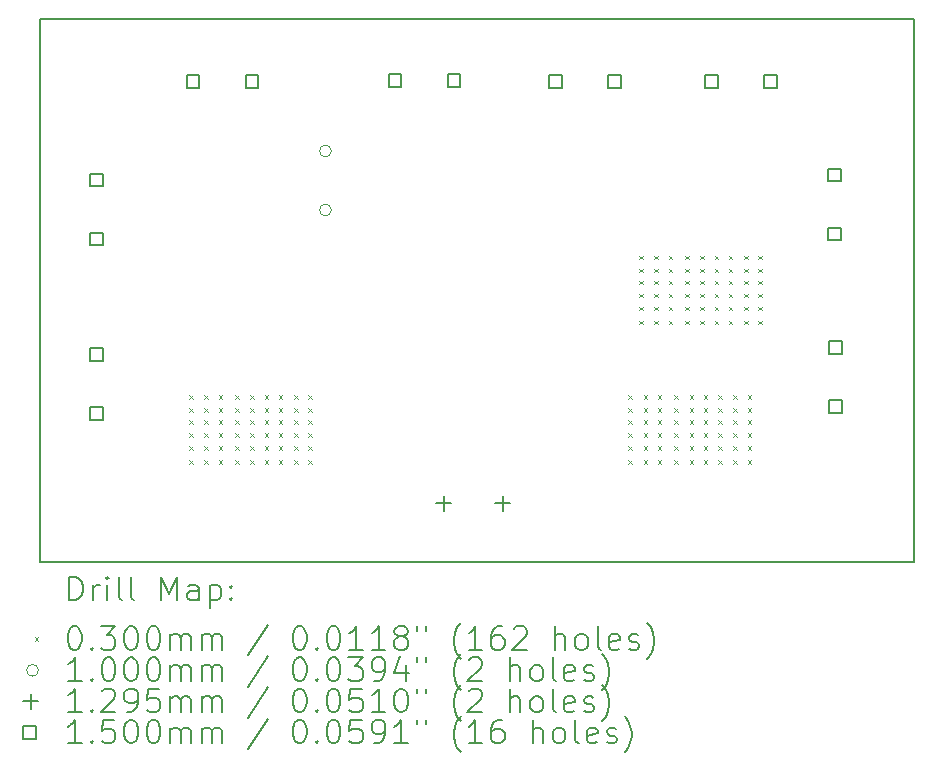
<source format=gbr>
%TF.GenerationSoftware,KiCad,Pcbnew,8.0.2*%
%TF.CreationDate,2024-07-10T14:47:40-04:00*%
%TF.ProjectId,Low-Power_PDP,4c6f772d-506f-4776-9572-5f5044502e6b,rev?*%
%TF.SameCoordinates,Original*%
%TF.FileFunction,Drillmap*%
%TF.FilePolarity,Positive*%
%FSLAX45Y45*%
G04 Gerber Fmt 4.5, Leading zero omitted, Abs format (unit mm)*
G04 Created by KiCad (PCBNEW 8.0.2) date 2024-07-10 14:47:40*
%MOMM*%
%LPD*%
G01*
G04 APERTURE LIST*
%ADD10C,0.200000*%
%ADD11C,0.100000*%
%ADD12C,0.129540*%
%ADD13C,0.150000*%
G04 APERTURE END LIST*
D10*
X4850000Y-2300000D02*
X12250000Y-2300000D01*
X12250000Y-6900000D01*
X4850000Y-6900000D01*
X4850000Y-2300000D01*
D11*
X6115000Y-5485000D02*
X6145000Y-5515000D01*
X6145000Y-5485000D02*
X6115000Y-5515000D01*
X6115000Y-5595000D02*
X6145000Y-5625000D01*
X6145000Y-5595000D02*
X6115000Y-5625000D01*
X6115000Y-5695000D02*
X6145000Y-5725000D01*
X6145000Y-5695000D02*
X6115000Y-5725000D01*
X6115000Y-5805000D02*
X6145000Y-5835000D01*
X6145000Y-5805000D02*
X6115000Y-5835000D01*
X6115000Y-5915000D02*
X6145000Y-5945000D01*
X6145000Y-5915000D02*
X6115000Y-5945000D01*
X6115000Y-6035000D02*
X6145000Y-6065000D01*
X6145000Y-6035000D02*
X6115000Y-6065000D01*
X6245000Y-5485000D02*
X6275000Y-5515000D01*
X6275000Y-5485000D02*
X6245000Y-5515000D01*
X6245000Y-5595000D02*
X6275000Y-5625000D01*
X6275000Y-5595000D02*
X6245000Y-5625000D01*
X6245000Y-5695000D02*
X6275000Y-5725000D01*
X6275000Y-5695000D02*
X6245000Y-5725000D01*
X6245000Y-5805000D02*
X6275000Y-5835000D01*
X6275000Y-5805000D02*
X6245000Y-5835000D01*
X6245000Y-5915000D02*
X6275000Y-5945000D01*
X6275000Y-5915000D02*
X6245000Y-5945000D01*
X6245000Y-6035000D02*
X6275000Y-6065000D01*
X6275000Y-6035000D02*
X6245000Y-6065000D01*
X6365000Y-5485000D02*
X6395000Y-5515000D01*
X6395000Y-5485000D02*
X6365000Y-5515000D01*
X6365000Y-5595000D02*
X6395000Y-5625000D01*
X6395000Y-5595000D02*
X6365000Y-5625000D01*
X6365000Y-5695000D02*
X6395000Y-5725000D01*
X6395000Y-5695000D02*
X6365000Y-5725000D01*
X6365000Y-5805000D02*
X6395000Y-5835000D01*
X6395000Y-5805000D02*
X6365000Y-5835000D01*
X6365000Y-5915000D02*
X6395000Y-5945000D01*
X6395000Y-5915000D02*
X6365000Y-5945000D01*
X6365000Y-6035000D02*
X6395000Y-6065000D01*
X6395000Y-6035000D02*
X6365000Y-6065000D01*
X6505000Y-5485000D02*
X6535000Y-5515000D01*
X6535000Y-5485000D02*
X6505000Y-5515000D01*
X6505000Y-5595000D02*
X6535000Y-5625000D01*
X6535000Y-5595000D02*
X6505000Y-5625000D01*
X6505000Y-5695000D02*
X6535000Y-5725000D01*
X6535000Y-5695000D02*
X6505000Y-5725000D01*
X6505000Y-5805000D02*
X6535000Y-5835000D01*
X6535000Y-5805000D02*
X6505000Y-5835000D01*
X6505000Y-5915000D02*
X6535000Y-5945000D01*
X6535000Y-5915000D02*
X6505000Y-5945000D01*
X6505000Y-6035000D02*
X6535000Y-6065000D01*
X6535000Y-6035000D02*
X6505000Y-6065000D01*
X6635000Y-5485000D02*
X6665000Y-5515000D01*
X6665000Y-5485000D02*
X6635000Y-5515000D01*
X6635000Y-5595000D02*
X6665000Y-5625000D01*
X6665000Y-5595000D02*
X6635000Y-5625000D01*
X6635000Y-5695000D02*
X6665000Y-5725000D01*
X6665000Y-5695000D02*
X6635000Y-5725000D01*
X6635000Y-5805000D02*
X6665000Y-5835000D01*
X6665000Y-5805000D02*
X6635000Y-5835000D01*
X6635000Y-5915000D02*
X6665000Y-5945000D01*
X6665000Y-5915000D02*
X6635000Y-5945000D01*
X6635000Y-6035000D02*
X6665000Y-6065000D01*
X6665000Y-6035000D02*
X6635000Y-6065000D01*
X6755000Y-5485000D02*
X6785000Y-5515000D01*
X6785000Y-5485000D02*
X6755000Y-5515000D01*
X6755000Y-5595000D02*
X6785000Y-5625000D01*
X6785000Y-5595000D02*
X6755000Y-5625000D01*
X6755000Y-5695000D02*
X6785000Y-5725000D01*
X6785000Y-5695000D02*
X6755000Y-5725000D01*
X6755000Y-5805000D02*
X6785000Y-5835000D01*
X6785000Y-5805000D02*
X6755000Y-5835000D01*
X6755000Y-5915000D02*
X6785000Y-5945000D01*
X6785000Y-5915000D02*
X6755000Y-5945000D01*
X6755000Y-6035000D02*
X6785000Y-6065000D01*
X6785000Y-6035000D02*
X6755000Y-6065000D01*
X6875000Y-5485000D02*
X6905000Y-5515000D01*
X6905000Y-5485000D02*
X6875000Y-5515000D01*
X6875000Y-5595000D02*
X6905000Y-5625000D01*
X6905000Y-5595000D02*
X6875000Y-5625000D01*
X6875000Y-5695000D02*
X6905000Y-5725000D01*
X6905000Y-5695000D02*
X6875000Y-5725000D01*
X6875000Y-5805000D02*
X6905000Y-5835000D01*
X6905000Y-5805000D02*
X6875000Y-5835000D01*
X6875000Y-5915000D02*
X6905000Y-5945000D01*
X6905000Y-5915000D02*
X6875000Y-5945000D01*
X6875000Y-6035000D02*
X6905000Y-6065000D01*
X6905000Y-6035000D02*
X6875000Y-6065000D01*
X7005000Y-5485000D02*
X7035000Y-5515000D01*
X7035000Y-5485000D02*
X7005000Y-5515000D01*
X7005000Y-5595000D02*
X7035000Y-5625000D01*
X7035000Y-5595000D02*
X7005000Y-5625000D01*
X7005000Y-5695000D02*
X7035000Y-5725000D01*
X7035000Y-5695000D02*
X7005000Y-5725000D01*
X7005000Y-5805000D02*
X7035000Y-5835000D01*
X7035000Y-5805000D02*
X7005000Y-5835000D01*
X7005000Y-5915000D02*
X7035000Y-5945000D01*
X7035000Y-5915000D02*
X7005000Y-5945000D01*
X7005000Y-6035000D02*
X7035000Y-6065000D01*
X7035000Y-6035000D02*
X7005000Y-6065000D01*
X7125000Y-5485000D02*
X7155000Y-5515000D01*
X7155000Y-5485000D02*
X7125000Y-5515000D01*
X7125000Y-5595000D02*
X7155000Y-5625000D01*
X7155000Y-5595000D02*
X7125000Y-5625000D01*
X7125000Y-5695000D02*
X7155000Y-5725000D01*
X7155000Y-5695000D02*
X7125000Y-5725000D01*
X7125000Y-5805000D02*
X7155000Y-5835000D01*
X7155000Y-5805000D02*
X7125000Y-5835000D01*
X7125000Y-5915000D02*
X7155000Y-5945000D01*
X7155000Y-5915000D02*
X7125000Y-5945000D01*
X7125000Y-6035000D02*
X7155000Y-6065000D01*
X7155000Y-6035000D02*
X7125000Y-6065000D01*
X9835000Y-5485000D02*
X9865000Y-5515000D01*
X9865000Y-5485000D02*
X9835000Y-5515000D01*
X9835000Y-5595000D02*
X9865000Y-5625000D01*
X9865000Y-5595000D02*
X9835000Y-5625000D01*
X9835000Y-5695000D02*
X9865000Y-5725000D01*
X9865000Y-5695000D02*
X9835000Y-5725000D01*
X9835000Y-5805000D02*
X9865000Y-5835000D01*
X9865000Y-5805000D02*
X9835000Y-5835000D01*
X9835000Y-5915000D02*
X9865000Y-5945000D01*
X9865000Y-5915000D02*
X9835000Y-5945000D01*
X9835000Y-6035000D02*
X9865000Y-6065000D01*
X9865000Y-6035000D02*
X9835000Y-6065000D01*
X9925000Y-4305000D02*
X9955000Y-4335000D01*
X9955000Y-4305000D02*
X9925000Y-4335000D01*
X9925000Y-4415000D02*
X9955000Y-4445000D01*
X9955000Y-4415000D02*
X9925000Y-4445000D01*
X9925000Y-4515000D02*
X9955000Y-4545000D01*
X9955000Y-4515000D02*
X9925000Y-4545000D01*
X9925000Y-4625000D02*
X9955000Y-4655000D01*
X9955000Y-4625000D02*
X9925000Y-4655000D01*
X9925000Y-4735000D02*
X9955000Y-4765000D01*
X9955000Y-4735000D02*
X9925000Y-4765000D01*
X9925000Y-4855000D02*
X9955000Y-4885000D01*
X9955000Y-4855000D02*
X9925000Y-4885000D01*
X9965000Y-5485000D02*
X9995000Y-5515000D01*
X9995000Y-5485000D02*
X9965000Y-5515000D01*
X9965000Y-5595000D02*
X9995000Y-5625000D01*
X9995000Y-5595000D02*
X9965000Y-5625000D01*
X9965000Y-5695000D02*
X9995000Y-5725000D01*
X9995000Y-5695000D02*
X9965000Y-5725000D01*
X9965000Y-5805000D02*
X9995000Y-5835000D01*
X9995000Y-5805000D02*
X9965000Y-5835000D01*
X9965000Y-5915000D02*
X9995000Y-5945000D01*
X9995000Y-5915000D02*
X9965000Y-5945000D01*
X9965000Y-6035000D02*
X9995000Y-6065000D01*
X9995000Y-6035000D02*
X9965000Y-6065000D01*
X10055000Y-4305000D02*
X10085000Y-4335000D01*
X10085000Y-4305000D02*
X10055000Y-4335000D01*
X10055000Y-4415000D02*
X10085000Y-4445000D01*
X10085000Y-4415000D02*
X10055000Y-4445000D01*
X10055000Y-4515000D02*
X10085000Y-4545000D01*
X10085000Y-4515000D02*
X10055000Y-4545000D01*
X10055000Y-4625000D02*
X10085000Y-4655000D01*
X10085000Y-4625000D02*
X10055000Y-4655000D01*
X10055000Y-4735000D02*
X10085000Y-4765000D01*
X10085000Y-4735000D02*
X10055000Y-4765000D01*
X10055000Y-4855000D02*
X10085000Y-4885000D01*
X10085000Y-4855000D02*
X10055000Y-4885000D01*
X10085000Y-5485000D02*
X10115000Y-5515000D01*
X10115000Y-5485000D02*
X10085000Y-5515000D01*
X10085000Y-5595000D02*
X10115000Y-5625000D01*
X10115000Y-5595000D02*
X10085000Y-5625000D01*
X10085000Y-5695000D02*
X10115000Y-5725000D01*
X10115000Y-5695000D02*
X10085000Y-5725000D01*
X10085000Y-5805000D02*
X10115000Y-5835000D01*
X10115000Y-5805000D02*
X10085000Y-5835000D01*
X10085000Y-5915000D02*
X10115000Y-5945000D01*
X10115000Y-5915000D02*
X10085000Y-5945000D01*
X10085000Y-6035000D02*
X10115000Y-6065000D01*
X10115000Y-6035000D02*
X10085000Y-6065000D01*
X10175000Y-4305000D02*
X10205000Y-4335000D01*
X10205000Y-4305000D02*
X10175000Y-4335000D01*
X10175000Y-4415000D02*
X10205000Y-4445000D01*
X10205000Y-4415000D02*
X10175000Y-4445000D01*
X10175000Y-4515000D02*
X10205000Y-4545000D01*
X10205000Y-4515000D02*
X10175000Y-4545000D01*
X10175000Y-4625000D02*
X10205000Y-4655000D01*
X10205000Y-4625000D02*
X10175000Y-4655000D01*
X10175000Y-4735000D02*
X10205000Y-4765000D01*
X10205000Y-4735000D02*
X10175000Y-4765000D01*
X10175000Y-4855000D02*
X10205000Y-4885000D01*
X10205000Y-4855000D02*
X10175000Y-4885000D01*
X10225000Y-5485000D02*
X10255000Y-5515000D01*
X10255000Y-5485000D02*
X10225000Y-5515000D01*
X10225000Y-5595000D02*
X10255000Y-5625000D01*
X10255000Y-5595000D02*
X10225000Y-5625000D01*
X10225000Y-5695000D02*
X10255000Y-5725000D01*
X10255000Y-5695000D02*
X10225000Y-5725000D01*
X10225000Y-5805000D02*
X10255000Y-5835000D01*
X10255000Y-5805000D02*
X10225000Y-5835000D01*
X10225000Y-5915000D02*
X10255000Y-5945000D01*
X10255000Y-5915000D02*
X10225000Y-5945000D01*
X10225000Y-6035000D02*
X10255000Y-6065000D01*
X10255000Y-6035000D02*
X10225000Y-6065000D01*
X10315000Y-4305000D02*
X10345000Y-4335000D01*
X10345000Y-4305000D02*
X10315000Y-4335000D01*
X10315000Y-4415000D02*
X10345000Y-4445000D01*
X10345000Y-4415000D02*
X10315000Y-4445000D01*
X10315000Y-4515000D02*
X10345000Y-4545000D01*
X10345000Y-4515000D02*
X10315000Y-4545000D01*
X10315000Y-4625000D02*
X10345000Y-4655000D01*
X10345000Y-4625000D02*
X10315000Y-4655000D01*
X10315000Y-4735000D02*
X10345000Y-4765000D01*
X10345000Y-4735000D02*
X10315000Y-4765000D01*
X10315000Y-4855000D02*
X10345000Y-4885000D01*
X10345000Y-4855000D02*
X10315000Y-4885000D01*
X10355000Y-5485000D02*
X10385000Y-5515000D01*
X10385000Y-5485000D02*
X10355000Y-5515000D01*
X10355000Y-5595000D02*
X10385000Y-5625000D01*
X10385000Y-5595000D02*
X10355000Y-5625000D01*
X10355000Y-5695000D02*
X10385000Y-5725000D01*
X10385000Y-5695000D02*
X10355000Y-5725000D01*
X10355000Y-5805000D02*
X10385000Y-5835000D01*
X10385000Y-5805000D02*
X10355000Y-5835000D01*
X10355000Y-5915000D02*
X10385000Y-5945000D01*
X10385000Y-5915000D02*
X10355000Y-5945000D01*
X10355000Y-6035000D02*
X10385000Y-6065000D01*
X10385000Y-6035000D02*
X10355000Y-6065000D01*
X10445000Y-4305000D02*
X10475000Y-4335000D01*
X10475000Y-4305000D02*
X10445000Y-4335000D01*
X10445000Y-4415000D02*
X10475000Y-4445000D01*
X10475000Y-4415000D02*
X10445000Y-4445000D01*
X10445000Y-4515000D02*
X10475000Y-4545000D01*
X10475000Y-4515000D02*
X10445000Y-4545000D01*
X10445000Y-4625000D02*
X10475000Y-4655000D01*
X10475000Y-4625000D02*
X10445000Y-4655000D01*
X10445000Y-4735000D02*
X10475000Y-4765000D01*
X10475000Y-4735000D02*
X10445000Y-4765000D01*
X10445000Y-4855000D02*
X10475000Y-4885000D01*
X10475000Y-4855000D02*
X10445000Y-4885000D01*
X10475000Y-5485000D02*
X10505000Y-5515000D01*
X10505000Y-5485000D02*
X10475000Y-5515000D01*
X10475000Y-5595000D02*
X10505000Y-5625000D01*
X10505000Y-5595000D02*
X10475000Y-5625000D01*
X10475000Y-5695000D02*
X10505000Y-5725000D01*
X10505000Y-5695000D02*
X10475000Y-5725000D01*
X10475000Y-5805000D02*
X10505000Y-5835000D01*
X10505000Y-5805000D02*
X10475000Y-5835000D01*
X10475000Y-5915000D02*
X10505000Y-5945000D01*
X10505000Y-5915000D02*
X10475000Y-5945000D01*
X10475000Y-6035000D02*
X10505000Y-6065000D01*
X10505000Y-6035000D02*
X10475000Y-6065000D01*
X10565000Y-4305000D02*
X10595000Y-4335000D01*
X10595000Y-4305000D02*
X10565000Y-4335000D01*
X10565000Y-4415000D02*
X10595000Y-4445000D01*
X10595000Y-4415000D02*
X10565000Y-4445000D01*
X10565000Y-4515000D02*
X10595000Y-4545000D01*
X10595000Y-4515000D02*
X10565000Y-4545000D01*
X10565000Y-4625000D02*
X10595000Y-4655000D01*
X10595000Y-4625000D02*
X10565000Y-4655000D01*
X10565000Y-4735000D02*
X10595000Y-4765000D01*
X10595000Y-4735000D02*
X10565000Y-4765000D01*
X10565000Y-4855000D02*
X10595000Y-4885000D01*
X10595000Y-4855000D02*
X10565000Y-4885000D01*
X10595000Y-5485000D02*
X10625000Y-5515000D01*
X10625000Y-5485000D02*
X10595000Y-5515000D01*
X10595000Y-5595000D02*
X10625000Y-5625000D01*
X10625000Y-5595000D02*
X10595000Y-5625000D01*
X10595000Y-5695000D02*
X10625000Y-5725000D01*
X10625000Y-5695000D02*
X10595000Y-5725000D01*
X10595000Y-5805000D02*
X10625000Y-5835000D01*
X10625000Y-5805000D02*
X10595000Y-5835000D01*
X10595000Y-5915000D02*
X10625000Y-5945000D01*
X10625000Y-5915000D02*
X10595000Y-5945000D01*
X10595000Y-6035000D02*
X10625000Y-6065000D01*
X10625000Y-6035000D02*
X10595000Y-6065000D01*
X10685000Y-4305000D02*
X10715000Y-4335000D01*
X10715000Y-4305000D02*
X10685000Y-4335000D01*
X10685000Y-4415000D02*
X10715000Y-4445000D01*
X10715000Y-4415000D02*
X10685000Y-4445000D01*
X10685000Y-4515000D02*
X10715000Y-4545000D01*
X10715000Y-4515000D02*
X10685000Y-4545000D01*
X10685000Y-4625000D02*
X10715000Y-4655000D01*
X10715000Y-4625000D02*
X10685000Y-4655000D01*
X10685000Y-4735000D02*
X10715000Y-4765000D01*
X10715000Y-4735000D02*
X10685000Y-4765000D01*
X10685000Y-4855000D02*
X10715000Y-4885000D01*
X10715000Y-4855000D02*
X10685000Y-4885000D01*
X10725000Y-5485000D02*
X10755000Y-5515000D01*
X10755000Y-5485000D02*
X10725000Y-5515000D01*
X10725000Y-5595000D02*
X10755000Y-5625000D01*
X10755000Y-5595000D02*
X10725000Y-5625000D01*
X10725000Y-5695000D02*
X10755000Y-5725000D01*
X10755000Y-5695000D02*
X10725000Y-5725000D01*
X10725000Y-5805000D02*
X10755000Y-5835000D01*
X10755000Y-5805000D02*
X10725000Y-5835000D01*
X10725000Y-5915000D02*
X10755000Y-5945000D01*
X10755000Y-5915000D02*
X10725000Y-5945000D01*
X10725000Y-6035000D02*
X10755000Y-6065000D01*
X10755000Y-6035000D02*
X10725000Y-6065000D01*
X10815000Y-4305000D02*
X10845000Y-4335000D01*
X10845000Y-4305000D02*
X10815000Y-4335000D01*
X10815000Y-4415000D02*
X10845000Y-4445000D01*
X10845000Y-4415000D02*
X10815000Y-4445000D01*
X10815000Y-4515000D02*
X10845000Y-4545000D01*
X10845000Y-4515000D02*
X10815000Y-4545000D01*
X10815000Y-4625000D02*
X10845000Y-4655000D01*
X10845000Y-4625000D02*
X10815000Y-4655000D01*
X10815000Y-4735000D02*
X10845000Y-4765000D01*
X10845000Y-4735000D02*
X10815000Y-4765000D01*
X10815000Y-4855000D02*
X10845000Y-4885000D01*
X10845000Y-4855000D02*
X10815000Y-4885000D01*
X10845000Y-5485000D02*
X10875000Y-5515000D01*
X10875000Y-5485000D02*
X10845000Y-5515000D01*
X10845000Y-5595000D02*
X10875000Y-5625000D01*
X10875000Y-5595000D02*
X10845000Y-5625000D01*
X10845000Y-5695000D02*
X10875000Y-5725000D01*
X10875000Y-5695000D02*
X10845000Y-5725000D01*
X10845000Y-5805000D02*
X10875000Y-5835000D01*
X10875000Y-5805000D02*
X10845000Y-5835000D01*
X10845000Y-5915000D02*
X10875000Y-5945000D01*
X10875000Y-5915000D02*
X10845000Y-5945000D01*
X10845000Y-6035000D02*
X10875000Y-6065000D01*
X10875000Y-6035000D02*
X10845000Y-6065000D01*
X10935000Y-4305000D02*
X10965000Y-4335000D01*
X10965000Y-4305000D02*
X10935000Y-4335000D01*
X10935000Y-4415000D02*
X10965000Y-4445000D01*
X10965000Y-4415000D02*
X10935000Y-4445000D01*
X10935000Y-4515000D02*
X10965000Y-4545000D01*
X10965000Y-4515000D02*
X10935000Y-4545000D01*
X10935000Y-4625000D02*
X10965000Y-4655000D01*
X10965000Y-4625000D02*
X10935000Y-4655000D01*
X10935000Y-4735000D02*
X10965000Y-4765000D01*
X10965000Y-4735000D02*
X10935000Y-4765000D01*
X10935000Y-4855000D02*
X10965000Y-4885000D01*
X10965000Y-4855000D02*
X10935000Y-4885000D01*
X7320000Y-3416768D02*
G75*
G02*
X7220000Y-3416768I-50000J0D01*
G01*
X7220000Y-3416768D02*
G75*
G02*
X7320000Y-3416768I50000J0D01*
G01*
X7320000Y-3916768D02*
G75*
G02*
X7220000Y-3916768I-50000J0D01*
G01*
X7220000Y-3916768D02*
G75*
G02*
X7320000Y-3916768I50000J0D01*
G01*
D12*
X8270490Y-6335500D02*
X8270490Y-6465040D01*
X8205720Y-6400270D02*
X8335260Y-6400270D01*
X8770490Y-6335500D02*
X8770490Y-6465040D01*
X8705720Y-6400270D02*
X8835260Y-6400270D01*
D13*
X5383034Y-3714283D02*
X5383034Y-3608216D01*
X5276967Y-3608216D01*
X5276967Y-3714283D01*
X5383034Y-3714283D01*
X5383034Y-4214284D02*
X5383034Y-4108216D01*
X5276967Y-4108216D01*
X5276967Y-4214284D01*
X5383034Y-4214284D01*
X5383034Y-5191784D02*
X5383034Y-5085717D01*
X5276967Y-5085717D01*
X5276967Y-5191784D01*
X5383034Y-5191784D01*
X5383034Y-5691783D02*
X5383034Y-5585717D01*
X5276967Y-5585717D01*
X5276967Y-5691783D01*
X5383034Y-5691783D01*
X6201783Y-2883033D02*
X6201783Y-2776967D01*
X6095716Y-2776967D01*
X6095716Y-2883033D01*
X6201783Y-2883033D01*
X6701783Y-2883033D02*
X6701783Y-2776967D01*
X6595716Y-2776967D01*
X6595716Y-2883033D01*
X6701783Y-2883033D01*
X7913033Y-2873033D02*
X7913033Y-2766967D01*
X7806966Y-2766967D01*
X7806966Y-2873033D01*
X7913033Y-2873033D01*
X8413034Y-2873033D02*
X8413034Y-2766967D01*
X8306966Y-2766967D01*
X8306966Y-2873033D01*
X8413034Y-2873033D01*
X9273034Y-2883033D02*
X9273034Y-2776967D01*
X9166967Y-2776967D01*
X9166967Y-2883033D01*
X9273034Y-2883033D01*
X9773034Y-2883033D02*
X9773034Y-2776967D01*
X9666967Y-2776967D01*
X9666967Y-2883033D01*
X9773034Y-2883033D01*
X10593034Y-2883033D02*
X10593034Y-2776967D01*
X10486967Y-2776967D01*
X10486967Y-2883033D01*
X10593034Y-2883033D01*
X11093034Y-2883033D02*
X11093034Y-2776967D01*
X10986967Y-2776967D01*
X10986967Y-2883033D01*
X11093034Y-2883033D01*
X11633033Y-3674283D02*
X11633033Y-3568216D01*
X11526966Y-3568216D01*
X11526966Y-3674283D01*
X11633033Y-3674283D01*
X11633033Y-4174283D02*
X11633033Y-4068216D01*
X11526966Y-4068216D01*
X11526966Y-4174283D01*
X11633033Y-4174283D01*
X11643033Y-5134284D02*
X11643033Y-5028217D01*
X11536966Y-5028217D01*
X11536966Y-5134284D01*
X11643033Y-5134284D01*
X11643033Y-5634283D02*
X11643033Y-5528217D01*
X11536966Y-5528217D01*
X11536966Y-5634283D01*
X11643033Y-5634283D01*
D10*
X5100777Y-7221484D02*
X5100777Y-7021484D01*
X5100777Y-7021484D02*
X5148396Y-7021484D01*
X5148396Y-7021484D02*
X5176967Y-7031008D01*
X5176967Y-7031008D02*
X5196015Y-7050055D01*
X5196015Y-7050055D02*
X5205539Y-7069103D01*
X5205539Y-7069103D02*
X5215063Y-7107198D01*
X5215063Y-7107198D02*
X5215063Y-7135769D01*
X5215063Y-7135769D02*
X5205539Y-7173865D01*
X5205539Y-7173865D02*
X5196015Y-7192912D01*
X5196015Y-7192912D02*
X5176967Y-7211960D01*
X5176967Y-7211960D02*
X5148396Y-7221484D01*
X5148396Y-7221484D02*
X5100777Y-7221484D01*
X5300777Y-7221484D02*
X5300777Y-7088150D01*
X5300777Y-7126246D02*
X5310301Y-7107198D01*
X5310301Y-7107198D02*
X5319824Y-7097674D01*
X5319824Y-7097674D02*
X5338872Y-7088150D01*
X5338872Y-7088150D02*
X5357920Y-7088150D01*
X5424586Y-7221484D02*
X5424586Y-7088150D01*
X5424586Y-7021484D02*
X5415063Y-7031008D01*
X5415063Y-7031008D02*
X5424586Y-7040531D01*
X5424586Y-7040531D02*
X5434110Y-7031008D01*
X5434110Y-7031008D02*
X5424586Y-7021484D01*
X5424586Y-7021484D02*
X5424586Y-7040531D01*
X5548396Y-7221484D02*
X5529348Y-7211960D01*
X5529348Y-7211960D02*
X5519824Y-7192912D01*
X5519824Y-7192912D02*
X5519824Y-7021484D01*
X5653158Y-7221484D02*
X5634110Y-7211960D01*
X5634110Y-7211960D02*
X5624586Y-7192912D01*
X5624586Y-7192912D02*
X5624586Y-7021484D01*
X5881729Y-7221484D02*
X5881729Y-7021484D01*
X5881729Y-7021484D02*
X5948396Y-7164341D01*
X5948396Y-7164341D02*
X6015062Y-7021484D01*
X6015062Y-7021484D02*
X6015062Y-7221484D01*
X6196015Y-7221484D02*
X6196015Y-7116722D01*
X6196015Y-7116722D02*
X6186491Y-7097674D01*
X6186491Y-7097674D02*
X6167443Y-7088150D01*
X6167443Y-7088150D02*
X6129348Y-7088150D01*
X6129348Y-7088150D02*
X6110301Y-7097674D01*
X6196015Y-7211960D02*
X6176967Y-7221484D01*
X6176967Y-7221484D02*
X6129348Y-7221484D01*
X6129348Y-7221484D02*
X6110301Y-7211960D01*
X6110301Y-7211960D02*
X6100777Y-7192912D01*
X6100777Y-7192912D02*
X6100777Y-7173865D01*
X6100777Y-7173865D02*
X6110301Y-7154817D01*
X6110301Y-7154817D02*
X6129348Y-7145293D01*
X6129348Y-7145293D02*
X6176967Y-7145293D01*
X6176967Y-7145293D02*
X6196015Y-7135769D01*
X6291253Y-7088150D02*
X6291253Y-7288150D01*
X6291253Y-7097674D02*
X6310301Y-7088150D01*
X6310301Y-7088150D02*
X6348396Y-7088150D01*
X6348396Y-7088150D02*
X6367443Y-7097674D01*
X6367443Y-7097674D02*
X6376967Y-7107198D01*
X6376967Y-7107198D02*
X6386491Y-7126246D01*
X6386491Y-7126246D02*
X6386491Y-7183388D01*
X6386491Y-7183388D02*
X6376967Y-7202436D01*
X6376967Y-7202436D02*
X6367443Y-7211960D01*
X6367443Y-7211960D02*
X6348396Y-7221484D01*
X6348396Y-7221484D02*
X6310301Y-7221484D01*
X6310301Y-7221484D02*
X6291253Y-7211960D01*
X6472205Y-7202436D02*
X6481729Y-7211960D01*
X6481729Y-7211960D02*
X6472205Y-7221484D01*
X6472205Y-7221484D02*
X6462682Y-7211960D01*
X6462682Y-7211960D02*
X6472205Y-7202436D01*
X6472205Y-7202436D02*
X6472205Y-7221484D01*
X6472205Y-7097674D02*
X6481729Y-7107198D01*
X6481729Y-7107198D02*
X6472205Y-7116722D01*
X6472205Y-7116722D02*
X6462682Y-7107198D01*
X6462682Y-7107198D02*
X6472205Y-7097674D01*
X6472205Y-7097674D02*
X6472205Y-7116722D01*
D11*
X4810000Y-7535000D02*
X4840000Y-7565000D01*
X4840000Y-7535000D02*
X4810000Y-7565000D01*
D10*
X5138872Y-7441484D02*
X5157920Y-7441484D01*
X5157920Y-7441484D02*
X5176967Y-7451008D01*
X5176967Y-7451008D02*
X5186491Y-7460531D01*
X5186491Y-7460531D02*
X5196015Y-7479579D01*
X5196015Y-7479579D02*
X5205539Y-7517674D01*
X5205539Y-7517674D02*
X5205539Y-7565293D01*
X5205539Y-7565293D02*
X5196015Y-7603388D01*
X5196015Y-7603388D02*
X5186491Y-7622436D01*
X5186491Y-7622436D02*
X5176967Y-7631960D01*
X5176967Y-7631960D02*
X5157920Y-7641484D01*
X5157920Y-7641484D02*
X5138872Y-7641484D01*
X5138872Y-7641484D02*
X5119824Y-7631960D01*
X5119824Y-7631960D02*
X5110301Y-7622436D01*
X5110301Y-7622436D02*
X5100777Y-7603388D01*
X5100777Y-7603388D02*
X5091253Y-7565293D01*
X5091253Y-7565293D02*
X5091253Y-7517674D01*
X5091253Y-7517674D02*
X5100777Y-7479579D01*
X5100777Y-7479579D02*
X5110301Y-7460531D01*
X5110301Y-7460531D02*
X5119824Y-7451008D01*
X5119824Y-7451008D02*
X5138872Y-7441484D01*
X5291253Y-7622436D02*
X5300777Y-7631960D01*
X5300777Y-7631960D02*
X5291253Y-7641484D01*
X5291253Y-7641484D02*
X5281729Y-7631960D01*
X5281729Y-7631960D02*
X5291253Y-7622436D01*
X5291253Y-7622436D02*
X5291253Y-7641484D01*
X5367444Y-7441484D02*
X5491253Y-7441484D01*
X5491253Y-7441484D02*
X5424586Y-7517674D01*
X5424586Y-7517674D02*
X5453158Y-7517674D01*
X5453158Y-7517674D02*
X5472205Y-7527198D01*
X5472205Y-7527198D02*
X5481729Y-7536722D01*
X5481729Y-7536722D02*
X5491253Y-7555769D01*
X5491253Y-7555769D02*
X5491253Y-7603388D01*
X5491253Y-7603388D02*
X5481729Y-7622436D01*
X5481729Y-7622436D02*
X5472205Y-7631960D01*
X5472205Y-7631960D02*
X5453158Y-7641484D01*
X5453158Y-7641484D02*
X5396015Y-7641484D01*
X5396015Y-7641484D02*
X5376967Y-7631960D01*
X5376967Y-7631960D02*
X5367444Y-7622436D01*
X5615062Y-7441484D02*
X5634110Y-7441484D01*
X5634110Y-7441484D02*
X5653158Y-7451008D01*
X5653158Y-7451008D02*
X5662682Y-7460531D01*
X5662682Y-7460531D02*
X5672205Y-7479579D01*
X5672205Y-7479579D02*
X5681729Y-7517674D01*
X5681729Y-7517674D02*
X5681729Y-7565293D01*
X5681729Y-7565293D02*
X5672205Y-7603388D01*
X5672205Y-7603388D02*
X5662682Y-7622436D01*
X5662682Y-7622436D02*
X5653158Y-7631960D01*
X5653158Y-7631960D02*
X5634110Y-7641484D01*
X5634110Y-7641484D02*
X5615062Y-7641484D01*
X5615062Y-7641484D02*
X5596015Y-7631960D01*
X5596015Y-7631960D02*
X5586491Y-7622436D01*
X5586491Y-7622436D02*
X5576967Y-7603388D01*
X5576967Y-7603388D02*
X5567444Y-7565293D01*
X5567444Y-7565293D02*
X5567444Y-7517674D01*
X5567444Y-7517674D02*
X5576967Y-7479579D01*
X5576967Y-7479579D02*
X5586491Y-7460531D01*
X5586491Y-7460531D02*
X5596015Y-7451008D01*
X5596015Y-7451008D02*
X5615062Y-7441484D01*
X5805539Y-7441484D02*
X5824586Y-7441484D01*
X5824586Y-7441484D02*
X5843634Y-7451008D01*
X5843634Y-7451008D02*
X5853158Y-7460531D01*
X5853158Y-7460531D02*
X5862682Y-7479579D01*
X5862682Y-7479579D02*
X5872205Y-7517674D01*
X5872205Y-7517674D02*
X5872205Y-7565293D01*
X5872205Y-7565293D02*
X5862682Y-7603388D01*
X5862682Y-7603388D02*
X5853158Y-7622436D01*
X5853158Y-7622436D02*
X5843634Y-7631960D01*
X5843634Y-7631960D02*
X5824586Y-7641484D01*
X5824586Y-7641484D02*
X5805539Y-7641484D01*
X5805539Y-7641484D02*
X5786491Y-7631960D01*
X5786491Y-7631960D02*
X5776967Y-7622436D01*
X5776967Y-7622436D02*
X5767443Y-7603388D01*
X5767443Y-7603388D02*
X5757920Y-7565293D01*
X5757920Y-7565293D02*
X5757920Y-7517674D01*
X5757920Y-7517674D02*
X5767443Y-7479579D01*
X5767443Y-7479579D02*
X5776967Y-7460531D01*
X5776967Y-7460531D02*
X5786491Y-7451008D01*
X5786491Y-7451008D02*
X5805539Y-7441484D01*
X5957920Y-7641484D02*
X5957920Y-7508150D01*
X5957920Y-7527198D02*
X5967443Y-7517674D01*
X5967443Y-7517674D02*
X5986491Y-7508150D01*
X5986491Y-7508150D02*
X6015063Y-7508150D01*
X6015063Y-7508150D02*
X6034110Y-7517674D01*
X6034110Y-7517674D02*
X6043634Y-7536722D01*
X6043634Y-7536722D02*
X6043634Y-7641484D01*
X6043634Y-7536722D02*
X6053158Y-7517674D01*
X6053158Y-7517674D02*
X6072205Y-7508150D01*
X6072205Y-7508150D02*
X6100777Y-7508150D01*
X6100777Y-7508150D02*
X6119824Y-7517674D01*
X6119824Y-7517674D02*
X6129348Y-7536722D01*
X6129348Y-7536722D02*
X6129348Y-7641484D01*
X6224586Y-7641484D02*
X6224586Y-7508150D01*
X6224586Y-7527198D02*
X6234110Y-7517674D01*
X6234110Y-7517674D02*
X6253158Y-7508150D01*
X6253158Y-7508150D02*
X6281729Y-7508150D01*
X6281729Y-7508150D02*
X6300777Y-7517674D01*
X6300777Y-7517674D02*
X6310301Y-7536722D01*
X6310301Y-7536722D02*
X6310301Y-7641484D01*
X6310301Y-7536722D02*
X6319824Y-7517674D01*
X6319824Y-7517674D02*
X6338872Y-7508150D01*
X6338872Y-7508150D02*
X6367443Y-7508150D01*
X6367443Y-7508150D02*
X6386491Y-7517674D01*
X6386491Y-7517674D02*
X6396015Y-7536722D01*
X6396015Y-7536722D02*
X6396015Y-7641484D01*
X6786491Y-7431960D02*
X6615063Y-7689103D01*
X7043634Y-7441484D02*
X7062682Y-7441484D01*
X7062682Y-7441484D02*
X7081729Y-7451008D01*
X7081729Y-7451008D02*
X7091253Y-7460531D01*
X7091253Y-7460531D02*
X7100777Y-7479579D01*
X7100777Y-7479579D02*
X7110301Y-7517674D01*
X7110301Y-7517674D02*
X7110301Y-7565293D01*
X7110301Y-7565293D02*
X7100777Y-7603388D01*
X7100777Y-7603388D02*
X7091253Y-7622436D01*
X7091253Y-7622436D02*
X7081729Y-7631960D01*
X7081729Y-7631960D02*
X7062682Y-7641484D01*
X7062682Y-7641484D02*
X7043634Y-7641484D01*
X7043634Y-7641484D02*
X7024586Y-7631960D01*
X7024586Y-7631960D02*
X7015063Y-7622436D01*
X7015063Y-7622436D02*
X7005539Y-7603388D01*
X7005539Y-7603388D02*
X6996015Y-7565293D01*
X6996015Y-7565293D02*
X6996015Y-7517674D01*
X6996015Y-7517674D02*
X7005539Y-7479579D01*
X7005539Y-7479579D02*
X7015063Y-7460531D01*
X7015063Y-7460531D02*
X7024586Y-7451008D01*
X7024586Y-7451008D02*
X7043634Y-7441484D01*
X7196015Y-7622436D02*
X7205539Y-7631960D01*
X7205539Y-7631960D02*
X7196015Y-7641484D01*
X7196015Y-7641484D02*
X7186491Y-7631960D01*
X7186491Y-7631960D02*
X7196015Y-7622436D01*
X7196015Y-7622436D02*
X7196015Y-7641484D01*
X7329348Y-7441484D02*
X7348396Y-7441484D01*
X7348396Y-7441484D02*
X7367444Y-7451008D01*
X7367444Y-7451008D02*
X7376967Y-7460531D01*
X7376967Y-7460531D02*
X7386491Y-7479579D01*
X7386491Y-7479579D02*
X7396015Y-7517674D01*
X7396015Y-7517674D02*
X7396015Y-7565293D01*
X7396015Y-7565293D02*
X7386491Y-7603388D01*
X7386491Y-7603388D02*
X7376967Y-7622436D01*
X7376967Y-7622436D02*
X7367444Y-7631960D01*
X7367444Y-7631960D02*
X7348396Y-7641484D01*
X7348396Y-7641484D02*
X7329348Y-7641484D01*
X7329348Y-7641484D02*
X7310301Y-7631960D01*
X7310301Y-7631960D02*
X7300777Y-7622436D01*
X7300777Y-7622436D02*
X7291253Y-7603388D01*
X7291253Y-7603388D02*
X7281729Y-7565293D01*
X7281729Y-7565293D02*
X7281729Y-7517674D01*
X7281729Y-7517674D02*
X7291253Y-7479579D01*
X7291253Y-7479579D02*
X7300777Y-7460531D01*
X7300777Y-7460531D02*
X7310301Y-7451008D01*
X7310301Y-7451008D02*
X7329348Y-7441484D01*
X7586491Y-7641484D02*
X7472206Y-7641484D01*
X7529348Y-7641484D02*
X7529348Y-7441484D01*
X7529348Y-7441484D02*
X7510301Y-7470055D01*
X7510301Y-7470055D02*
X7491253Y-7489103D01*
X7491253Y-7489103D02*
X7472206Y-7498627D01*
X7776967Y-7641484D02*
X7662682Y-7641484D01*
X7719825Y-7641484D02*
X7719825Y-7441484D01*
X7719825Y-7441484D02*
X7700777Y-7470055D01*
X7700777Y-7470055D02*
X7681729Y-7489103D01*
X7681729Y-7489103D02*
X7662682Y-7498627D01*
X7891253Y-7527198D02*
X7872206Y-7517674D01*
X7872206Y-7517674D02*
X7862682Y-7508150D01*
X7862682Y-7508150D02*
X7853158Y-7489103D01*
X7853158Y-7489103D02*
X7853158Y-7479579D01*
X7853158Y-7479579D02*
X7862682Y-7460531D01*
X7862682Y-7460531D02*
X7872206Y-7451008D01*
X7872206Y-7451008D02*
X7891253Y-7441484D01*
X7891253Y-7441484D02*
X7929348Y-7441484D01*
X7929348Y-7441484D02*
X7948396Y-7451008D01*
X7948396Y-7451008D02*
X7957920Y-7460531D01*
X7957920Y-7460531D02*
X7967444Y-7479579D01*
X7967444Y-7479579D02*
X7967444Y-7489103D01*
X7967444Y-7489103D02*
X7957920Y-7508150D01*
X7957920Y-7508150D02*
X7948396Y-7517674D01*
X7948396Y-7517674D02*
X7929348Y-7527198D01*
X7929348Y-7527198D02*
X7891253Y-7527198D01*
X7891253Y-7527198D02*
X7872206Y-7536722D01*
X7872206Y-7536722D02*
X7862682Y-7546246D01*
X7862682Y-7546246D02*
X7853158Y-7565293D01*
X7853158Y-7565293D02*
X7853158Y-7603388D01*
X7853158Y-7603388D02*
X7862682Y-7622436D01*
X7862682Y-7622436D02*
X7872206Y-7631960D01*
X7872206Y-7631960D02*
X7891253Y-7641484D01*
X7891253Y-7641484D02*
X7929348Y-7641484D01*
X7929348Y-7641484D02*
X7948396Y-7631960D01*
X7948396Y-7631960D02*
X7957920Y-7622436D01*
X7957920Y-7622436D02*
X7967444Y-7603388D01*
X7967444Y-7603388D02*
X7967444Y-7565293D01*
X7967444Y-7565293D02*
X7957920Y-7546246D01*
X7957920Y-7546246D02*
X7948396Y-7536722D01*
X7948396Y-7536722D02*
X7929348Y-7527198D01*
X8043634Y-7441484D02*
X8043634Y-7479579D01*
X8119825Y-7441484D02*
X8119825Y-7479579D01*
X8415063Y-7717674D02*
X8405539Y-7708150D01*
X8405539Y-7708150D02*
X8386491Y-7679579D01*
X8386491Y-7679579D02*
X8376968Y-7660531D01*
X8376968Y-7660531D02*
X8367444Y-7631960D01*
X8367444Y-7631960D02*
X8357920Y-7584341D01*
X8357920Y-7584341D02*
X8357920Y-7546246D01*
X8357920Y-7546246D02*
X8367444Y-7498627D01*
X8367444Y-7498627D02*
X8376968Y-7470055D01*
X8376968Y-7470055D02*
X8386491Y-7451008D01*
X8386491Y-7451008D02*
X8405539Y-7422436D01*
X8405539Y-7422436D02*
X8415063Y-7412912D01*
X8596015Y-7641484D02*
X8481730Y-7641484D01*
X8538872Y-7641484D02*
X8538872Y-7441484D01*
X8538872Y-7441484D02*
X8519825Y-7470055D01*
X8519825Y-7470055D02*
X8500777Y-7489103D01*
X8500777Y-7489103D02*
X8481730Y-7498627D01*
X8767444Y-7441484D02*
X8729349Y-7441484D01*
X8729349Y-7441484D02*
X8710301Y-7451008D01*
X8710301Y-7451008D02*
X8700777Y-7460531D01*
X8700777Y-7460531D02*
X8681730Y-7489103D01*
X8681730Y-7489103D02*
X8672206Y-7527198D01*
X8672206Y-7527198D02*
X8672206Y-7603388D01*
X8672206Y-7603388D02*
X8681730Y-7622436D01*
X8681730Y-7622436D02*
X8691253Y-7631960D01*
X8691253Y-7631960D02*
X8710301Y-7641484D01*
X8710301Y-7641484D02*
X8748396Y-7641484D01*
X8748396Y-7641484D02*
X8767444Y-7631960D01*
X8767444Y-7631960D02*
X8776968Y-7622436D01*
X8776968Y-7622436D02*
X8786491Y-7603388D01*
X8786491Y-7603388D02*
X8786491Y-7555769D01*
X8786491Y-7555769D02*
X8776968Y-7536722D01*
X8776968Y-7536722D02*
X8767444Y-7527198D01*
X8767444Y-7527198D02*
X8748396Y-7517674D01*
X8748396Y-7517674D02*
X8710301Y-7517674D01*
X8710301Y-7517674D02*
X8691253Y-7527198D01*
X8691253Y-7527198D02*
X8681730Y-7536722D01*
X8681730Y-7536722D02*
X8672206Y-7555769D01*
X8862682Y-7460531D02*
X8872206Y-7451008D01*
X8872206Y-7451008D02*
X8891253Y-7441484D01*
X8891253Y-7441484D02*
X8938872Y-7441484D01*
X8938872Y-7441484D02*
X8957920Y-7451008D01*
X8957920Y-7451008D02*
X8967444Y-7460531D01*
X8967444Y-7460531D02*
X8976968Y-7479579D01*
X8976968Y-7479579D02*
X8976968Y-7498627D01*
X8976968Y-7498627D02*
X8967444Y-7527198D01*
X8967444Y-7527198D02*
X8853158Y-7641484D01*
X8853158Y-7641484D02*
X8976968Y-7641484D01*
X9215063Y-7641484D02*
X9215063Y-7441484D01*
X9300777Y-7641484D02*
X9300777Y-7536722D01*
X9300777Y-7536722D02*
X9291253Y-7517674D01*
X9291253Y-7517674D02*
X9272206Y-7508150D01*
X9272206Y-7508150D02*
X9243634Y-7508150D01*
X9243634Y-7508150D02*
X9224587Y-7517674D01*
X9224587Y-7517674D02*
X9215063Y-7527198D01*
X9424587Y-7641484D02*
X9405539Y-7631960D01*
X9405539Y-7631960D02*
X9396015Y-7622436D01*
X9396015Y-7622436D02*
X9386492Y-7603388D01*
X9386492Y-7603388D02*
X9386492Y-7546246D01*
X9386492Y-7546246D02*
X9396015Y-7527198D01*
X9396015Y-7527198D02*
X9405539Y-7517674D01*
X9405539Y-7517674D02*
X9424587Y-7508150D01*
X9424587Y-7508150D02*
X9453158Y-7508150D01*
X9453158Y-7508150D02*
X9472206Y-7517674D01*
X9472206Y-7517674D02*
X9481730Y-7527198D01*
X9481730Y-7527198D02*
X9491253Y-7546246D01*
X9491253Y-7546246D02*
X9491253Y-7603388D01*
X9491253Y-7603388D02*
X9481730Y-7622436D01*
X9481730Y-7622436D02*
X9472206Y-7631960D01*
X9472206Y-7631960D02*
X9453158Y-7641484D01*
X9453158Y-7641484D02*
X9424587Y-7641484D01*
X9605539Y-7641484D02*
X9586492Y-7631960D01*
X9586492Y-7631960D02*
X9576968Y-7612912D01*
X9576968Y-7612912D02*
X9576968Y-7441484D01*
X9757920Y-7631960D02*
X9738873Y-7641484D01*
X9738873Y-7641484D02*
X9700777Y-7641484D01*
X9700777Y-7641484D02*
X9681730Y-7631960D01*
X9681730Y-7631960D02*
X9672206Y-7612912D01*
X9672206Y-7612912D02*
X9672206Y-7536722D01*
X9672206Y-7536722D02*
X9681730Y-7517674D01*
X9681730Y-7517674D02*
X9700777Y-7508150D01*
X9700777Y-7508150D02*
X9738873Y-7508150D01*
X9738873Y-7508150D02*
X9757920Y-7517674D01*
X9757920Y-7517674D02*
X9767444Y-7536722D01*
X9767444Y-7536722D02*
X9767444Y-7555769D01*
X9767444Y-7555769D02*
X9672206Y-7574817D01*
X9843634Y-7631960D02*
X9862682Y-7641484D01*
X9862682Y-7641484D02*
X9900777Y-7641484D01*
X9900777Y-7641484D02*
X9919825Y-7631960D01*
X9919825Y-7631960D02*
X9929349Y-7612912D01*
X9929349Y-7612912D02*
X9929349Y-7603388D01*
X9929349Y-7603388D02*
X9919825Y-7584341D01*
X9919825Y-7584341D02*
X9900777Y-7574817D01*
X9900777Y-7574817D02*
X9872206Y-7574817D01*
X9872206Y-7574817D02*
X9853158Y-7565293D01*
X9853158Y-7565293D02*
X9843634Y-7546246D01*
X9843634Y-7546246D02*
X9843634Y-7536722D01*
X9843634Y-7536722D02*
X9853158Y-7517674D01*
X9853158Y-7517674D02*
X9872206Y-7508150D01*
X9872206Y-7508150D02*
X9900777Y-7508150D01*
X9900777Y-7508150D02*
X9919825Y-7517674D01*
X9996015Y-7717674D02*
X10005539Y-7708150D01*
X10005539Y-7708150D02*
X10024587Y-7679579D01*
X10024587Y-7679579D02*
X10034111Y-7660531D01*
X10034111Y-7660531D02*
X10043634Y-7631960D01*
X10043634Y-7631960D02*
X10053158Y-7584341D01*
X10053158Y-7584341D02*
X10053158Y-7546246D01*
X10053158Y-7546246D02*
X10043634Y-7498627D01*
X10043634Y-7498627D02*
X10034111Y-7470055D01*
X10034111Y-7470055D02*
X10024587Y-7451008D01*
X10024587Y-7451008D02*
X10005539Y-7422436D01*
X10005539Y-7422436D02*
X9996015Y-7412912D01*
D11*
X4840000Y-7814000D02*
G75*
G02*
X4740000Y-7814000I-50000J0D01*
G01*
X4740000Y-7814000D02*
G75*
G02*
X4840000Y-7814000I50000J0D01*
G01*
D10*
X5205539Y-7905484D02*
X5091253Y-7905484D01*
X5148396Y-7905484D02*
X5148396Y-7705484D01*
X5148396Y-7705484D02*
X5129348Y-7734055D01*
X5129348Y-7734055D02*
X5110301Y-7753103D01*
X5110301Y-7753103D02*
X5091253Y-7762627D01*
X5291253Y-7886436D02*
X5300777Y-7895960D01*
X5300777Y-7895960D02*
X5291253Y-7905484D01*
X5291253Y-7905484D02*
X5281729Y-7895960D01*
X5281729Y-7895960D02*
X5291253Y-7886436D01*
X5291253Y-7886436D02*
X5291253Y-7905484D01*
X5424586Y-7705484D02*
X5443634Y-7705484D01*
X5443634Y-7705484D02*
X5462682Y-7715008D01*
X5462682Y-7715008D02*
X5472205Y-7724531D01*
X5472205Y-7724531D02*
X5481729Y-7743579D01*
X5481729Y-7743579D02*
X5491253Y-7781674D01*
X5491253Y-7781674D02*
X5491253Y-7829293D01*
X5491253Y-7829293D02*
X5481729Y-7867388D01*
X5481729Y-7867388D02*
X5472205Y-7886436D01*
X5472205Y-7886436D02*
X5462682Y-7895960D01*
X5462682Y-7895960D02*
X5443634Y-7905484D01*
X5443634Y-7905484D02*
X5424586Y-7905484D01*
X5424586Y-7905484D02*
X5405539Y-7895960D01*
X5405539Y-7895960D02*
X5396015Y-7886436D01*
X5396015Y-7886436D02*
X5386491Y-7867388D01*
X5386491Y-7867388D02*
X5376967Y-7829293D01*
X5376967Y-7829293D02*
X5376967Y-7781674D01*
X5376967Y-7781674D02*
X5386491Y-7743579D01*
X5386491Y-7743579D02*
X5396015Y-7724531D01*
X5396015Y-7724531D02*
X5405539Y-7715008D01*
X5405539Y-7715008D02*
X5424586Y-7705484D01*
X5615062Y-7705484D02*
X5634110Y-7705484D01*
X5634110Y-7705484D02*
X5653158Y-7715008D01*
X5653158Y-7715008D02*
X5662682Y-7724531D01*
X5662682Y-7724531D02*
X5672205Y-7743579D01*
X5672205Y-7743579D02*
X5681729Y-7781674D01*
X5681729Y-7781674D02*
X5681729Y-7829293D01*
X5681729Y-7829293D02*
X5672205Y-7867388D01*
X5672205Y-7867388D02*
X5662682Y-7886436D01*
X5662682Y-7886436D02*
X5653158Y-7895960D01*
X5653158Y-7895960D02*
X5634110Y-7905484D01*
X5634110Y-7905484D02*
X5615062Y-7905484D01*
X5615062Y-7905484D02*
X5596015Y-7895960D01*
X5596015Y-7895960D02*
X5586491Y-7886436D01*
X5586491Y-7886436D02*
X5576967Y-7867388D01*
X5576967Y-7867388D02*
X5567444Y-7829293D01*
X5567444Y-7829293D02*
X5567444Y-7781674D01*
X5567444Y-7781674D02*
X5576967Y-7743579D01*
X5576967Y-7743579D02*
X5586491Y-7724531D01*
X5586491Y-7724531D02*
X5596015Y-7715008D01*
X5596015Y-7715008D02*
X5615062Y-7705484D01*
X5805539Y-7705484D02*
X5824586Y-7705484D01*
X5824586Y-7705484D02*
X5843634Y-7715008D01*
X5843634Y-7715008D02*
X5853158Y-7724531D01*
X5853158Y-7724531D02*
X5862682Y-7743579D01*
X5862682Y-7743579D02*
X5872205Y-7781674D01*
X5872205Y-7781674D02*
X5872205Y-7829293D01*
X5872205Y-7829293D02*
X5862682Y-7867388D01*
X5862682Y-7867388D02*
X5853158Y-7886436D01*
X5853158Y-7886436D02*
X5843634Y-7895960D01*
X5843634Y-7895960D02*
X5824586Y-7905484D01*
X5824586Y-7905484D02*
X5805539Y-7905484D01*
X5805539Y-7905484D02*
X5786491Y-7895960D01*
X5786491Y-7895960D02*
X5776967Y-7886436D01*
X5776967Y-7886436D02*
X5767443Y-7867388D01*
X5767443Y-7867388D02*
X5757920Y-7829293D01*
X5757920Y-7829293D02*
X5757920Y-7781674D01*
X5757920Y-7781674D02*
X5767443Y-7743579D01*
X5767443Y-7743579D02*
X5776967Y-7724531D01*
X5776967Y-7724531D02*
X5786491Y-7715008D01*
X5786491Y-7715008D02*
X5805539Y-7705484D01*
X5957920Y-7905484D02*
X5957920Y-7772150D01*
X5957920Y-7791198D02*
X5967443Y-7781674D01*
X5967443Y-7781674D02*
X5986491Y-7772150D01*
X5986491Y-7772150D02*
X6015063Y-7772150D01*
X6015063Y-7772150D02*
X6034110Y-7781674D01*
X6034110Y-7781674D02*
X6043634Y-7800722D01*
X6043634Y-7800722D02*
X6043634Y-7905484D01*
X6043634Y-7800722D02*
X6053158Y-7781674D01*
X6053158Y-7781674D02*
X6072205Y-7772150D01*
X6072205Y-7772150D02*
X6100777Y-7772150D01*
X6100777Y-7772150D02*
X6119824Y-7781674D01*
X6119824Y-7781674D02*
X6129348Y-7800722D01*
X6129348Y-7800722D02*
X6129348Y-7905484D01*
X6224586Y-7905484D02*
X6224586Y-7772150D01*
X6224586Y-7791198D02*
X6234110Y-7781674D01*
X6234110Y-7781674D02*
X6253158Y-7772150D01*
X6253158Y-7772150D02*
X6281729Y-7772150D01*
X6281729Y-7772150D02*
X6300777Y-7781674D01*
X6300777Y-7781674D02*
X6310301Y-7800722D01*
X6310301Y-7800722D02*
X6310301Y-7905484D01*
X6310301Y-7800722D02*
X6319824Y-7781674D01*
X6319824Y-7781674D02*
X6338872Y-7772150D01*
X6338872Y-7772150D02*
X6367443Y-7772150D01*
X6367443Y-7772150D02*
X6386491Y-7781674D01*
X6386491Y-7781674D02*
X6396015Y-7800722D01*
X6396015Y-7800722D02*
X6396015Y-7905484D01*
X6786491Y-7695960D02*
X6615063Y-7953103D01*
X7043634Y-7705484D02*
X7062682Y-7705484D01*
X7062682Y-7705484D02*
X7081729Y-7715008D01*
X7081729Y-7715008D02*
X7091253Y-7724531D01*
X7091253Y-7724531D02*
X7100777Y-7743579D01*
X7100777Y-7743579D02*
X7110301Y-7781674D01*
X7110301Y-7781674D02*
X7110301Y-7829293D01*
X7110301Y-7829293D02*
X7100777Y-7867388D01*
X7100777Y-7867388D02*
X7091253Y-7886436D01*
X7091253Y-7886436D02*
X7081729Y-7895960D01*
X7081729Y-7895960D02*
X7062682Y-7905484D01*
X7062682Y-7905484D02*
X7043634Y-7905484D01*
X7043634Y-7905484D02*
X7024586Y-7895960D01*
X7024586Y-7895960D02*
X7015063Y-7886436D01*
X7015063Y-7886436D02*
X7005539Y-7867388D01*
X7005539Y-7867388D02*
X6996015Y-7829293D01*
X6996015Y-7829293D02*
X6996015Y-7781674D01*
X6996015Y-7781674D02*
X7005539Y-7743579D01*
X7005539Y-7743579D02*
X7015063Y-7724531D01*
X7015063Y-7724531D02*
X7024586Y-7715008D01*
X7024586Y-7715008D02*
X7043634Y-7705484D01*
X7196015Y-7886436D02*
X7205539Y-7895960D01*
X7205539Y-7895960D02*
X7196015Y-7905484D01*
X7196015Y-7905484D02*
X7186491Y-7895960D01*
X7186491Y-7895960D02*
X7196015Y-7886436D01*
X7196015Y-7886436D02*
X7196015Y-7905484D01*
X7329348Y-7705484D02*
X7348396Y-7705484D01*
X7348396Y-7705484D02*
X7367444Y-7715008D01*
X7367444Y-7715008D02*
X7376967Y-7724531D01*
X7376967Y-7724531D02*
X7386491Y-7743579D01*
X7386491Y-7743579D02*
X7396015Y-7781674D01*
X7396015Y-7781674D02*
X7396015Y-7829293D01*
X7396015Y-7829293D02*
X7386491Y-7867388D01*
X7386491Y-7867388D02*
X7376967Y-7886436D01*
X7376967Y-7886436D02*
X7367444Y-7895960D01*
X7367444Y-7895960D02*
X7348396Y-7905484D01*
X7348396Y-7905484D02*
X7329348Y-7905484D01*
X7329348Y-7905484D02*
X7310301Y-7895960D01*
X7310301Y-7895960D02*
X7300777Y-7886436D01*
X7300777Y-7886436D02*
X7291253Y-7867388D01*
X7291253Y-7867388D02*
X7281729Y-7829293D01*
X7281729Y-7829293D02*
X7281729Y-7781674D01*
X7281729Y-7781674D02*
X7291253Y-7743579D01*
X7291253Y-7743579D02*
X7300777Y-7724531D01*
X7300777Y-7724531D02*
X7310301Y-7715008D01*
X7310301Y-7715008D02*
X7329348Y-7705484D01*
X7462682Y-7705484D02*
X7586491Y-7705484D01*
X7586491Y-7705484D02*
X7519825Y-7781674D01*
X7519825Y-7781674D02*
X7548396Y-7781674D01*
X7548396Y-7781674D02*
X7567444Y-7791198D01*
X7567444Y-7791198D02*
X7576967Y-7800722D01*
X7576967Y-7800722D02*
X7586491Y-7819769D01*
X7586491Y-7819769D02*
X7586491Y-7867388D01*
X7586491Y-7867388D02*
X7576967Y-7886436D01*
X7576967Y-7886436D02*
X7567444Y-7895960D01*
X7567444Y-7895960D02*
X7548396Y-7905484D01*
X7548396Y-7905484D02*
X7491253Y-7905484D01*
X7491253Y-7905484D02*
X7472206Y-7895960D01*
X7472206Y-7895960D02*
X7462682Y-7886436D01*
X7681729Y-7905484D02*
X7719825Y-7905484D01*
X7719825Y-7905484D02*
X7738872Y-7895960D01*
X7738872Y-7895960D02*
X7748396Y-7886436D01*
X7748396Y-7886436D02*
X7767444Y-7857865D01*
X7767444Y-7857865D02*
X7776967Y-7819769D01*
X7776967Y-7819769D02*
X7776967Y-7743579D01*
X7776967Y-7743579D02*
X7767444Y-7724531D01*
X7767444Y-7724531D02*
X7757920Y-7715008D01*
X7757920Y-7715008D02*
X7738872Y-7705484D01*
X7738872Y-7705484D02*
X7700777Y-7705484D01*
X7700777Y-7705484D02*
X7681729Y-7715008D01*
X7681729Y-7715008D02*
X7672206Y-7724531D01*
X7672206Y-7724531D02*
X7662682Y-7743579D01*
X7662682Y-7743579D02*
X7662682Y-7791198D01*
X7662682Y-7791198D02*
X7672206Y-7810246D01*
X7672206Y-7810246D02*
X7681729Y-7819769D01*
X7681729Y-7819769D02*
X7700777Y-7829293D01*
X7700777Y-7829293D02*
X7738872Y-7829293D01*
X7738872Y-7829293D02*
X7757920Y-7819769D01*
X7757920Y-7819769D02*
X7767444Y-7810246D01*
X7767444Y-7810246D02*
X7776967Y-7791198D01*
X7948396Y-7772150D02*
X7948396Y-7905484D01*
X7900777Y-7695960D02*
X7853158Y-7838817D01*
X7853158Y-7838817D02*
X7976967Y-7838817D01*
X8043634Y-7705484D02*
X8043634Y-7743579D01*
X8119825Y-7705484D02*
X8119825Y-7743579D01*
X8415063Y-7981674D02*
X8405539Y-7972150D01*
X8405539Y-7972150D02*
X8386491Y-7943579D01*
X8386491Y-7943579D02*
X8376968Y-7924531D01*
X8376968Y-7924531D02*
X8367444Y-7895960D01*
X8367444Y-7895960D02*
X8357920Y-7848341D01*
X8357920Y-7848341D02*
X8357920Y-7810246D01*
X8357920Y-7810246D02*
X8367444Y-7762627D01*
X8367444Y-7762627D02*
X8376968Y-7734055D01*
X8376968Y-7734055D02*
X8386491Y-7715008D01*
X8386491Y-7715008D02*
X8405539Y-7686436D01*
X8405539Y-7686436D02*
X8415063Y-7676912D01*
X8481730Y-7724531D02*
X8491253Y-7715008D01*
X8491253Y-7715008D02*
X8510301Y-7705484D01*
X8510301Y-7705484D02*
X8557920Y-7705484D01*
X8557920Y-7705484D02*
X8576968Y-7715008D01*
X8576968Y-7715008D02*
X8586491Y-7724531D01*
X8586491Y-7724531D02*
X8596015Y-7743579D01*
X8596015Y-7743579D02*
X8596015Y-7762627D01*
X8596015Y-7762627D02*
X8586491Y-7791198D01*
X8586491Y-7791198D02*
X8472206Y-7905484D01*
X8472206Y-7905484D02*
X8596015Y-7905484D01*
X8834111Y-7905484D02*
X8834111Y-7705484D01*
X8919825Y-7905484D02*
X8919825Y-7800722D01*
X8919825Y-7800722D02*
X8910301Y-7781674D01*
X8910301Y-7781674D02*
X8891253Y-7772150D01*
X8891253Y-7772150D02*
X8862682Y-7772150D01*
X8862682Y-7772150D02*
X8843634Y-7781674D01*
X8843634Y-7781674D02*
X8834111Y-7791198D01*
X9043634Y-7905484D02*
X9024587Y-7895960D01*
X9024587Y-7895960D02*
X9015063Y-7886436D01*
X9015063Y-7886436D02*
X9005539Y-7867388D01*
X9005539Y-7867388D02*
X9005539Y-7810246D01*
X9005539Y-7810246D02*
X9015063Y-7791198D01*
X9015063Y-7791198D02*
X9024587Y-7781674D01*
X9024587Y-7781674D02*
X9043634Y-7772150D01*
X9043634Y-7772150D02*
X9072206Y-7772150D01*
X9072206Y-7772150D02*
X9091253Y-7781674D01*
X9091253Y-7781674D02*
X9100777Y-7791198D01*
X9100777Y-7791198D02*
X9110301Y-7810246D01*
X9110301Y-7810246D02*
X9110301Y-7867388D01*
X9110301Y-7867388D02*
X9100777Y-7886436D01*
X9100777Y-7886436D02*
X9091253Y-7895960D01*
X9091253Y-7895960D02*
X9072206Y-7905484D01*
X9072206Y-7905484D02*
X9043634Y-7905484D01*
X9224587Y-7905484D02*
X9205539Y-7895960D01*
X9205539Y-7895960D02*
X9196015Y-7876912D01*
X9196015Y-7876912D02*
X9196015Y-7705484D01*
X9376968Y-7895960D02*
X9357920Y-7905484D01*
X9357920Y-7905484D02*
X9319825Y-7905484D01*
X9319825Y-7905484D02*
X9300777Y-7895960D01*
X9300777Y-7895960D02*
X9291253Y-7876912D01*
X9291253Y-7876912D02*
X9291253Y-7800722D01*
X9291253Y-7800722D02*
X9300777Y-7781674D01*
X9300777Y-7781674D02*
X9319825Y-7772150D01*
X9319825Y-7772150D02*
X9357920Y-7772150D01*
X9357920Y-7772150D02*
X9376968Y-7781674D01*
X9376968Y-7781674D02*
X9386492Y-7800722D01*
X9386492Y-7800722D02*
X9386492Y-7819769D01*
X9386492Y-7819769D02*
X9291253Y-7838817D01*
X9462682Y-7895960D02*
X9481730Y-7905484D01*
X9481730Y-7905484D02*
X9519825Y-7905484D01*
X9519825Y-7905484D02*
X9538873Y-7895960D01*
X9538873Y-7895960D02*
X9548396Y-7876912D01*
X9548396Y-7876912D02*
X9548396Y-7867388D01*
X9548396Y-7867388D02*
X9538873Y-7848341D01*
X9538873Y-7848341D02*
X9519825Y-7838817D01*
X9519825Y-7838817D02*
X9491253Y-7838817D01*
X9491253Y-7838817D02*
X9472206Y-7829293D01*
X9472206Y-7829293D02*
X9462682Y-7810246D01*
X9462682Y-7810246D02*
X9462682Y-7800722D01*
X9462682Y-7800722D02*
X9472206Y-7781674D01*
X9472206Y-7781674D02*
X9491253Y-7772150D01*
X9491253Y-7772150D02*
X9519825Y-7772150D01*
X9519825Y-7772150D02*
X9538873Y-7781674D01*
X9615063Y-7981674D02*
X9624587Y-7972150D01*
X9624587Y-7972150D02*
X9643634Y-7943579D01*
X9643634Y-7943579D02*
X9653158Y-7924531D01*
X9653158Y-7924531D02*
X9662682Y-7895960D01*
X9662682Y-7895960D02*
X9672206Y-7848341D01*
X9672206Y-7848341D02*
X9672206Y-7810246D01*
X9672206Y-7810246D02*
X9662682Y-7762627D01*
X9662682Y-7762627D02*
X9653158Y-7734055D01*
X9653158Y-7734055D02*
X9643634Y-7715008D01*
X9643634Y-7715008D02*
X9624587Y-7686436D01*
X9624587Y-7686436D02*
X9615063Y-7676912D01*
D12*
X4775230Y-8013230D02*
X4775230Y-8142770D01*
X4710460Y-8078000D02*
X4840000Y-8078000D01*
D10*
X5205539Y-8169484D02*
X5091253Y-8169484D01*
X5148396Y-8169484D02*
X5148396Y-7969484D01*
X5148396Y-7969484D02*
X5129348Y-7998055D01*
X5129348Y-7998055D02*
X5110301Y-8017103D01*
X5110301Y-8017103D02*
X5091253Y-8026627D01*
X5291253Y-8150436D02*
X5300777Y-8159960D01*
X5300777Y-8159960D02*
X5291253Y-8169484D01*
X5291253Y-8169484D02*
X5281729Y-8159960D01*
X5281729Y-8159960D02*
X5291253Y-8150436D01*
X5291253Y-8150436D02*
X5291253Y-8169484D01*
X5376967Y-7988531D02*
X5386491Y-7979008D01*
X5386491Y-7979008D02*
X5405539Y-7969484D01*
X5405539Y-7969484D02*
X5453158Y-7969484D01*
X5453158Y-7969484D02*
X5472205Y-7979008D01*
X5472205Y-7979008D02*
X5481729Y-7988531D01*
X5481729Y-7988531D02*
X5491253Y-8007579D01*
X5491253Y-8007579D02*
X5491253Y-8026627D01*
X5491253Y-8026627D02*
X5481729Y-8055198D01*
X5481729Y-8055198D02*
X5367444Y-8169484D01*
X5367444Y-8169484D02*
X5491253Y-8169484D01*
X5586491Y-8169484D02*
X5624586Y-8169484D01*
X5624586Y-8169484D02*
X5643634Y-8159960D01*
X5643634Y-8159960D02*
X5653158Y-8150436D01*
X5653158Y-8150436D02*
X5672205Y-8121865D01*
X5672205Y-8121865D02*
X5681729Y-8083769D01*
X5681729Y-8083769D02*
X5681729Y-8007579D01*
X5681729Y-8007579D02*
X5672205Y-7988531D01*
X5672205Y-7988531D02*
X5662682Y-7979008D01*
X5662682Y-7979008D02*
X5643634Y-7969484D01*
X5643634Y-7969484D02*
X5605539Y-7969484D01*
X5605539Y-7969484D02*
X5586491Y-7979008D01*
X5586491Y-7979008D02*
X5576967Y-7988531D01*
X5576967Y-7988531D02*
X5567444Y-8007579D01*
X5567444Y-8007579D02*
X5567444Y-8055198D01*
X5567444Y-8055198D02*
X5576967Y-8074246D01*
X5576967Y-8074246D02*
X5586491Y-8083769D01*
X5586491Y-8083769D02*
X5605539Y-8093293D01*
X5605539Y-8093293D02*
X5643634Y-8093293D01*
X5643634Y-8093293D02*
X5662682Y-8083769D01*
X5662682Y-8083769D02*
X5672205Y-8074246D01*
X5672205Y-8074246D02*
X5681729Y-8055198D01*
X5862682Y-7969484D02*
X5767443Y-7969484D01*
X5767443Y-7969484D02*
X5757920Y-8064722D01*
X5757920Y-8064722D02*
X5767443Y-8055198D01*
X5767443Y-8055198D02*
X5786491Y-8045674D01*
X5786491Y-8045674D02*
X5834110Y-8045674D01*
X5834110Y-8045674D02*
X5853158Y-8055198D01*
X5853158Y-8055198D02*
X5862682Y-8064722D01*
X5862682Y-8064722D02*
X5872205Y-8083769D01*
X5872205Y-8083769D02*
X5872205Y-8131388D01*
X5872205Y-8131388D02*
X5862682Y-8150436D01*
X5862682Y-8150436D02*
X5853158Y-8159960D01*
X5853158Y-8159960D02*
X5834110Y-8169484D01*
X5834110Y-8169484D02*
X5786491Y-8169484D01*
X5786491Y-8169484D02*
X5767443Y-8159960D01*
X5767443Y-8159960D02*
X5757920Y-8150436D01*
X5957920Y-8169484D02*
X5957920Y-8036150D01*
X5957920Y-8055198D02*
X5967443Y-8045674D01*
X5967443Y-8045674D02*
X5986491Y-8036150D01*
X5986491Y-8036150D02*
X6015063Y-8036150D01*
X6015063Y-8036150D02*
X6034110Y-8045674D01*
X6034110Y-8045674D02*
X6043634Y-8064722D01*
X6043634Y-8064722D02*
X6043634Y-8169484D01*
X6043634Y-8064722D02*
X6053158Y-8045674D01*
X6053158Y-8045674D02*
X6072205Y-8036150D01*
X6072205Y-8036150D02*
X6100777Y-8036150D01*
X6100777Y-8036150D02*
X6119824Y-8045674D01*
X6119824Y-8045674D02*
X6129348Y-8064722D01*
X6129348Y-8064722D02*
X6129348Y-8169484D01*
X6224586Y-8169484D02*
X6224586Y-8036150D01*
X6224586Y-8055198D02*
X6234110Y-8045674D01*
X6234110Y-8045674D02*
X6253158Y-8036150D01*
X6253158Y-8036150D02*
X6281729Y-8036150D01*
X6281729Y-8036150D02*
X6300777Y-8045674D01*
X6300777Y-8045674D02*
X6310301Y-8064722D01*
X6310301Y-8064722D02*
X6310301Y-8169484D01*
X6310301Y-8064722D02*
X6319824Y-8045674D01*
X6319824Y-8045674D02*
X6338872Y-8036150D01*
X6338872Y-8036150D02*
X6367443Y-8036150D01*
X6367443Y-8036150D02*
X6386491Y-8045674D01*
X6386491Y-8045674D02*
X6396015Y-8064722D01*
X6396015Y-8064722D02*
X6396015Y-8169484D01*
X6786491Y-7959960D02*
X6615063Y-8217103D01*
X7043634Y-7969484D02*
X7062682Y-7969484D01*
X7062682Y-7969484D02*
X7081729Y-7979008D01*
X7081729Y-7979008D02*
X7091253Y-7988531D01*
X7091253Y-7988531D02*
X7100777Y-8007579D01*
X7100777Y-8007579D02*
X7110301Y-8045674D01*
X7110301Y-8045674D02*
X7110301Y-8093293D01*
X7110301Y-8093293D02*
X7100777Y-8131388D01*
X7100777Y-8131388D02*
X7091253Y-8150436D01*
X7091253Y-8150436D02*
X7081729Y-8159960D01*
X7081729Y-8159960D02*
X7062682Y-8169484D01*
X7062682Y-8169484D02*
X7043634Y-8169484D01*
X7043634Y-8169484D02*
X7024586Y-8159960D01*
X7024586Y-8159960D02*
X7015063Y-8150436D01*
X7015063Y-8150436D02*
X7005539Y-8131388D01*
X7005539Y-8131388D02*
X6996015Y-8093293D01*
X6996015Y-8093293D02*
X6996015Y-8045674D01*
X6996015Y-8045674D02*
X7005539Y-8007579D01*
X7005539Y-8007579D02*
X7015063Y-7988531D01*
X7015063Y-7988531D02*
X7024586Y-7979008D01*
X7024586Y-7979008D02*
X7043634Y-7969484D01*
X7196015Y-8150436D02*
X7205539Y-8159960D01*
X7205539Y-8159960D02*
X7196015Y-8169484D01*
X7196015Y-8169484D02*
X7186491Y-8159960D01*
X7186491Y-8159960D02*
X7196015Y-8150436D01*
X7196015Y-8150436D02*
X7196015Y-8169484D01*
X7329348Y-7969484D02*
X7348396Y-7969484D01*
X7348396Y-7969484D02*
X7367444Y-7979008D01*
X7367444Y-7979008D02*
X7376967Y-7988531D01*
X7376967Y-7988531D02*
X7386491Y-8007579D01*
X7386491Y-8007579D02*
X7396015Y-8045674D01*
X7396015Y-8045674D02*
X7396015Y-8093293D01*
X7396015Y-8093293D02*
X7386491Y-8131388D01*
X7386491Y-8131388D02*
X7376967Y-8150436D01*
X7376967Y-8150436D02*
X7367444Y-8159960D01*
X7367444Y-8159960D02*
X7348396Y-8169484D01*
X7348396Y-8169484D02*
X7329348Y-8169484D01*
X7329348Y-8169484D02*
X7310301Y-8159960D01*
X7310301Y-8159960D02*
X7300777Y-8150436D01*
X7300777Y-8150436D02*
X7291253Y-8131388D01*
X7291253Y-8131388D02*
X7281729Y-8093293D01*
X7281729Y-8093293D02*
X7281729Y-8045674D01*
X7281729Y-8045674D02*
X7291253Y-8007579D01*
X7291253Y-8007579D02*
X7300777Y-7988531D01*
X7300777Y-7988531D02*
X7310301Y-7979008D01*
X7310301Y-7979008D02*
X7329348Y-7969484D01*
X7576967Y-7969484D02*
X7481729Y-7969484D01*
X7481729Y-7969484D02*
X7472206Y-8064722D01*
X7472206Y-8064722D02*
X7481729Y-8055198D01*
X7481729Y-8055198D02*
X7500777Y-8045674D01*
X7500777Y-8045674D02*
X7548396Y-8045674D01*
X7548396Y-8045674D02*
X7567444Y-8055198D01*
X7567444Y-8055198D02*
X7576967Y-8064722D01*
X7576967Y-8064722D02*
X7586491Y-8083769D01*
X7586491Y-8083769D02*
X7586491Y-8131388D01*
X7586491Y-8131388D02*
X7576967Y-8150436D01*
X7576967Y-8150436D02*
X7567444Y-8159960D01*
X7567444Y-8159960D02*
X7548396Y-8169484D01*
X7548396Y-8169484D02*
X7500777Y-8169484D01*
X7500777Y-8169484D02*
X7481729Y-8159960D01*
X7481729Y-8159960D02*
X7472206Y-8150436D01*
X7776967Y-8169484D02*
X7662682Y-8169484D01*
X7719825Y-8169484D02*
X7719825Y-7969484D01*
X7719825Y-7969484D02*
X7700777Y-7998055D01*
X7700777Y-7998055D02*
X7681729Y-8017103D01*
X7681729Y-8017103D02*
X7662682Y-8026627D01*
X7900777Y-7969484D02*
X7919825Y-7969484D01*
X7919825Y-7969484D02*
X7938872Y-7979008D01*
X7938872Y-7979008D02*
X7948396Y-7988531D01*
X7948396Y-7988531D02*
X7957920Y-8007579D01*
X7957920Y-8007579D02*
X7967444Y-8045674D01*
X7967444Y-8045674D02*
X7967444Y-8093293D01*
X7967444Y-8093293D02*
X7957920Y-8131388D01*
X7957920Y-8131388D02*
X7948396Y-8150436D01*
X7948396Y-8150436D02*
X7938872Y-8159960D01*
X7938872Y-8159960D02*
X7919825Y-8169484D01*
X7919825Y-8169484D02*
X7900777Y-8169484D01*
X7900777Y-8169484D02*
X7881729Y-8159960D01*
X7881729Y-8159960D02*
X7872206Y-8150436D01*
X7872206Y-8150436D02*
X7862682Y-8131388D01*
X7862682Y-8131388D02*
X7853158Y-8093293D01*
X7853158Y-8093293D02*
X7853158Y-8045674D01*
X7853158Y-8045674D02*
X7862682Y-8007579D01*
X7862682Y-8007579D02*
X7872206Y-7988531D01*
X7872206Y-7988531D02*
X7881729Y-7979008D01*
X7881729Y-7979008D02*
X7900777Y-7969484D01*
X8043634Y-7969484D02*
X8043634Y-8007579D01*
X8119825Y-7969484D02*
X8119825Y-8007579D01*
X8415063Y-8245674D02*
X8405539Y-8236150D01*
X8405539Y-8236150D02*
X8386491Y-8207579D01*
X8386491Y-8207579D02*
X8376968Y-8188531D01*
X8376968Y-8188531D02*
X8367444Y-8159960D01*
X8367444Y-8159960D02*
X8357920Y-8112341D01*
X8357920Y-8112341D02*
X8357920Y-8074246D01*
X8357920Y-8074246D02*
X8367444Y-8026627D01*
X8367444Y-8026627D02*
X8376968Y-7998055D01*
X8376968Y-7998055D02*
X8386491Y-7979008D01*
X8386491Y-7979008D02*
X8405539Y-7950436D01*
X8405539Y-7950436D02*
X8415063Y-7940912D01*
X8481730Y-7988531D02*
X8491253Y-7979008D01*
X8491253Y-7979008D02*
X8510301Y-7969484D01*
X8510301Y-7969484D02*
X8557920Y-7969484D01*
X8557920Y-7969484D02*
X8576968Y-7979008D01*
X8576968Y-7979008D02*
X8586491Y-7988531D01*
X8586491Y-7988531D02*
X8596015Y-8007579D01*
X8596015Y-8007579D02*
X8596015Y-8026627D01*
X8596015Y-8026627D02*
X8586491Y-8055198D01*
X8586491Y-8055198D02*
X8472206Y-8169484D01*
X8472206Y-8169484D02*
X8596015Y-8169484D01*
X8834111Y-8169484D02*
X8834111Y-7969484D01*
X8919825Y-8169484D02*
X8919825Y-8064722D01*
X8919825Y-8064722D02*
X8910301Y-8045674D01*
X8910301Y-8045674D02*
X8891253Y-8036150D01*
X8891253Y-8036150D02*
X8862682Y-8036150D01*
X8862682Y-8036150D02*
X8843634Y-8045674D01*
X8843634Y-8045674D02*
X8834111Y-8055198D01*
X9043634Y-8169484D02*
X9024587Y-8159960D01*
X9024587Y-8159960D02*
X9015063Y-8150436D01*
X9015063Y-8150436D02*
X9005539Y-8131388D01*
X9005539Y-8131388D02*
X9005539Y-8074246D01*
X9005539Y-8074246D02*
X9015063Y-8055198D01*
X9015063Y-8055198D02*
X9024587Y-8045674D01*
X9024587Y-8045674D02*
X9043634Y-8036150D01*
X9043634Y-8036150D02*
X9072206Y-8036150D01*
X9072206Y-8036150D02*
X9091253Y-8045674D01*
X9091253Y-8045674D02*
X9100777Y-8055198D01*
X9100777Y-8055198D02*
X9110301Y-8074246D01*
X9110301Y-8074246D02*
X9110301Y-8131388D01*
X9110301Y-8131388D02*
X9100777Y-8150436D01*
X9100777Y-8150436D02*
X9091253Y-8159960D01*
X9091253Y-8159960D02*
X9072206Y-8169484D01*
X9072206Y-8169484D02*
X9043634Y-8169484D01*
X9224587Y-8169484D02*
X9205539Y-8159960D01*
X9205539Y-8159960D02*
X9196015Y-8140912D01*
X9196015Y-8140912D02*
X9196015Y-7969484D01*
X9376968Y-8159960D02*
X9357920Y-8169484D01*
X9357920Y-8169484D02*
X9319825Y-8169484D01*
X9319825Y-8169484D02*
X9300777Y-8159960D01*
X9300777Y-8159960D02*
X9291253Y-8140912D01*
X9291253Y-8140912D02*
X9291253Y-8064722D01*
X9291253Y-8064722D02*
X9300777Y-8045674D01*
X9300777Y-8045674D02*
X9319825Y-8036150D01*
X9319825Y-8036150D02*
X9357920Y-8036150D01*
X9357920Y-8036150D02*
X9376968Y-8045674D01*
X9376968Y-8045674D02*
X9386492Y-8064722D01*
X9386492Y-8064722D02*
X9386492Y-8083769D01*
X9386492Y-8083769D02*
X9291253Y-8102817D01*
X9462682Y-8159960D02*
X9481730Y-8169484D01*
X9481730Y-8169484D02*
X9519825Y-8169484D01*
X9519825Y-8169484D02*
X9538873Y-8159960D01*
X9538873Y-8159960D02*
X9548396Y-8140912D01*
X9548396Y-8140912D02*
X9548396Y-8131388D01*
X9548396Y-8131388D02*
X9538873Y-8112341D01*
X9538873Y-8112341D02*
X9519825Y-8102817D01*
X9519825Y-8102817D02*
X9491253Y-8102817D01*
X9491253Y-8102817D02*
X9472206Y-8093293D01*
X9472206Y-8093293D02*
X9462682Y-8074246D01*
X9462682Y-8074246D02*
X9462682Y-8064722D01*
X9462682Y-8064722D02*
X9472206Y-8045674D01*
X9472206Y-8045674D02*
X9491253Y-8036150D01*
X9491253Y-8036150D02*
X9519825Y-8036150D01*
X9519825Y-8036150D02*
X9538873Y-8045674D01*
X9615063Y-8245674D02*
X9624587Y-8236150D01*
X9624587Y-8236150D02*
X9643634Y-8207579D01*
X9643634Y-8207579D02*
X9653158Y-8188531D01*
X9653158Y-8188531D02*
X9662682Y-8159960D01*
X9662682Y-8159960D02*
X9672206Y-8112341D01*
X9672206Y-8112341D02*
X9672206Y-8074246D01*
X9672206Y-8074246D02*
X9662682Y-8026627D01*
X9662682Y-8026627D02*
X9653158Y-7998055D01*
X9653158Y-7998055D02*
X9643634Y-7979008D01*
X9643634Y-7979008D02*
X9624587Y-7950436D01*
X9624587Y-7950436D02*
X9615063Y-7940912D01*
D13*
X4818034Y-8395034D02*
X4818034Y-8288966D01*
X4711967Y-8288966D01*
X4711967Y-8395034D01*
X4818034Y-8395034D01*
D10*
X5205539Y-8433484D02*
X5091253Y-8433484D01*
X5148396Y-8433484D02*
X5148396Y-8233484D01*
X5148396Y-8233484D02*
X5129348Y-8262055D01*
X5129348Y-8262055D02*
X5110301Y-8281103D01*
X5110301Y-8281103D02*
X5091253Y-8290627D01*
X5291253Y-8414436D02*
X5300777Y-8423960D01*
X5300777Y-8423960D02*
X5291253Y-8433484D01*
X5291253Y-8433484D02*
X5281729Y-8423960D01*
X5281729Y-8423960D02*
X5291253Y-8414436D01*
X5291253Y-8414436D02*
X5291253Y-8433484D01*
X5481729Y-8233484D02*
X5386491Y-8233484D01*
X5386491Y-8233484D02*
X5376967Y-8328722D01*
X5376967Y-8328722D02*
X5386491Y-8319198D01*
X5386491Y-8319198D02*
X5405539Y-8309674D01*
X5405539Y-8309674D02*
X5453158Y-8309674D01*
X5453158Y-8309674D02*
X5472205Y-8319198D01*
X5472205Y-8319198D02*
X5481729Y-8328722D01*
X5481729Y-8328722D02*
X5491253Y-8347769D01*
X5491253Y-8347769D02*
X5491253Y-8395389D01*
X5491253Y-8395389D02*
X5481729Y-8414436D01*
X5481729Y-8414436D02*
X5472205Y-8423960D01*
X5472205Y-8423960D02*
X5453158Y-8433484D01*
X5453158Y-8433484D02*
X5405539Y-8433484D01*
X5405539Y-8433484D02*
X5386491Y-8423960D01*
X5386491Y-8423960D02*
X5376967Y-8414436D01*
X5615062Y-8233484D02*
X5634110Y-8233484D01*
X5634110Y-8233484D02*
X5653158Y-8243008D01*
X5653158Y-8243008D02*
X5662682Y-8252531D01*
X5662682Y-8252531D02*
X5672205Y-8271579D01*
X5672205Y-8271579D02*
X5681729Y-8309674D01*
X5681729Y-8309674D02*
X5681729Y-8357293D01*
X5681729Y-8357293D02*
X5672205Y-8395389D01*
X5672205Y-8395389D02*
X5662682Y-8414436D01*
X5662682Y-8414436D02*
X5653158Y-8423960D01*
X5653158Y-8423960D02*
X5634110Y-8433484D01*
X5634110Y-8433484D02*
X5615062Y-8433484D01*
X5615062Y-8433484D02*
X5596015Y-8423960D01*
X5596015Y-8423960D02*
X5586491Y-8414436D01*
X5586491Y-8414436D02*
X5576967Y-8395389D01*
X5576967Y-8395389D02*
X5567444Y-8357293D01*
X5567444Y-8357293D02*
X5567444Y-8309674D01*
X5567444Y-8309674D02*
X5576967Y-8271579D01*
X5576967Y-8271579D02*
X5586491Y-8252531D01*
X5586491Y-8252531D02*
X5596015Y-8243008D01*
X5596015Y-8243008D02*
X5615062Y-8233484D01*
X5805539Y-8233484D02*
X5824586Y-8233484D01*
X5824586Y-8233484D02*
X5843634Y-8243008D01*
X5843634Y-8243008D02*
X5853158Y-8252531D01*
X5853158Y-8252531D02*
X5862682Y-8271579D01*
X5862682Y-8271579D02*
X5872205Y-8309674D01*
X5872205Y-8309674D02*
X5872205Y-8357293D01*
X5872205Y-8357293D02*
X5862682Y-8395389D01*
X5862682Y-8395389D02*
X5853158Y-8414436D01*
X5853158Y-8414436D02*
X5843634Y-8423960D01*
X5843634Y-8423960D02*
X5824586Y-8433484D01*
X5824586Y-8433484D02*
X5805539Y-8433484D01*
X5805539Y-8433484D02*
X5786491Y-8423960D01*
X5786491Y-8423960D02*
X5776967Y-8414436D01*
X5776967Y-8414436D02*
X5767443Y-8395389D01*
X5767443Y-8395389D02*
X5757920Y-8357293D01*
X5757920Y-8357293D02*
X5757920Y-8309674D01*
X5757920Y-8309674D02*
X5767443Y-8271579D01*
X5767443Y-8271579D02*
X5776967Y-8252531D01*
X5776967Y-8252531D02*
X5786491Y-8243008D01*
X5786491Y-8243008D02*
X5805539Y-8233484D01*
X5957920Y-8433484D02*
X5957920Y-8300150D01*
X5957920Y-8319198D02*
X5967443Y-8309674D01*
X5967443Y-8309674D02*
X5986491Y-8300150D01*
X5986491Y-8300150D02*
X6015063Y-8300150D01*
X6015063Y-8300150D02*
X6034110Y-8309674D01*
X6034110Y-8309674D02*
X6043634Y-8328722D01*
X6043634Y-8328722D02*
X6043634Y-8433484D01*
X6043634Y-8328722D02*
X6053158Y-8309674D01*
X6053158Y-8309674D02*
X6072205Y-8300150D01*
X6072205Y-8300150D02*
X6100777Y-8300150D01*
X6100777Y-8300150D02*
X6119824Y-8309674D01*
X6119824Y-8309674D02*
X6129348Y-8328722D01*
X6129348Y-8328722D02*
X6129348Y-8433484D01*
X6224586Y-8433484D02*
X6224586Y-8300150D01*
X6224586Y-8319198D02*
X6234110Y-8309674D01*
X6234110Y-8309674D02*
X6253158Y-8300150D01*
X6253158Y-8300150D02*
X6281729Y-8300150D01*
X6281729Y-8300150D02*
X6300777Y-8309674D01*
X6300777Y-8309674D02*
X6310301Y-8328722D01*
X6310301Y-8328722D02*
X6310301Y-8433484D01*
X6310301Y-8328722D02*
X6319824Y-8309674D01*
X6319824Y-8309674D02*
X6338872Y-8300150D01*
X6338872Y-8300150D02*
X6367443Y-8300150D01*
X6367443Y-8300150D02*
X6386491Y-8309674D01*
X6386491Y-8309674D02*
X6396015Y-8328722D01*
X6396015Y-8328722D02*
X6396015Y-8433484D01*
X6786491Y-8223960D02*
X6615063Y-8481103D01*
X7043634Y-8233484D02*
X7062682Y-8233484D01*
X7062682Y-8233484D02*
X7081729Y-8243008D01*
X7081729Y-8243008D02*
X7091253Y-8252531D01*
X7091253Y-8252531D02*
X7100777Y-8271579D01*
X7100777Y-8271579D02*
X7110301Y-8309674D01*
X7110301Y-8309674D02*
X7110301Y-8357293D01*
X7110301Y-8357293D02*
X7100777Y-8395389D01*
X7100777Y-8395389D02*
X7091253Y-8414436D01*
X7091253Y-8414436D02*
X7081729Y-8423960D01*
X7081729Y-8423960D02*
X7062682Y-8433484D01*
X7062682Y-8433484D02*
X7043634Y-8433484D01*
X7043634Y-8433484D02*
X7024586Y-8423960D01*
X7024586Y-8423960D02*
X7015063Y-8414436D01*
X7015063Y-8414436D02*
X7005539Y-8395389D01*
X7005539Y-8395389D02*
X6996015Y-8357293D01*
X6996015Y-8357293D02*
X6996015Y-8309674D01*
X6996015Y-8309674D02*
X7005539Y-8271579D01*
X7005539Y-8271579D02*
X7015063Y-8252531D01*
X7015063Y-8252531D02*
X7024586Y-8243008D01*
X7024586Y-8243008D02*
X7043634Y-8233484D01*
X7196015Y-8414436D02*
X7205539Y-8423960D01*
X7205539Y-8423960D02*
X7196015Y-8433484D01*
X7196015Y-8433484D02*
X7186491Y-8423960D01*
X7186491Y-8423960D02*
X7196015Y-8414436D01*
X7196015Y-8414436D02*
X7196015Y-8433484D01*
X7329348Y-8233484D02*
X7348396Y-8233484D01*
X7348396Y-8233484D02*
X7367444Y-8243008D01*
X7367444Y-8243008D02*
X7376967Y-8252531D01*
X7376967Y-8252531D02*
X7386491Y-8271579D01*
X7386491Y-8271579D02*
X7396015Y-8309674D01*
X7396015Y-8309674D02*
X7396015Y-8357293D01*
X7396015Y-8357293D02*
X7386491Y-8395389D01*
X7386491Y-8395389D02*
X7376967Y-8414436D01*
X7376967Y-8414436D02*
X7367444Y-8423960D01*
X7367444Y-8423960D02*
X7348396Y-8433484D01*
X7348396Y-8433484D02*
X7329348Y-8433484D01*
X7329348Y-8433484D02*
X7310301Y-8423960D01*
X7310301Y-8423960D02*
X7300777Y-8414436D01*
X7300777Y-8414436D02*
X7291253Y-8395389D01*
X7291253Y-8395389D02*
X7281729Y-8357293D01*
X7281729Y-8357293D02*
X7281729Y-8309674D01*
X7281729Y-8309674D02*
X7291253Y-8271579D01*
X7291253Y-8271579D02*
X7300777Y-8252531D01*
X7300777Y-8252531D02*
X7310301Y-8243008D01*
X7310301Y-8243008D02*
X7329348Y-8233484D01*
X7576967Y-8233484D02*
X7481729Y-8233484D01*
X7481729Y-8233484D02*
X7472206Y-8328722D01*
X7472206Y-8328722D02*
X7481729Y-8319198D01*
X7481729Y-8319198D02*
X7500777Y-8309674D01*
X7500777Y-8309674D02*
X7548396Y-8309674D01*
X7548396Y-8309674D02*
X7567444Y-8319198D01*
X7567444Y-8319198D02*
X7576967Y-8328722D01*
X7576967Y-8328722D02*
X7586491Y-8347769D01*
X7586491Y-8347769D02*
X7586491Y-8395389D01*
X7586491Y-8395389D02*
X7576967Y-8414436D01*
X7576967Y-8414436D02*
X7567444Y-8423960D01*
X7567444Y-8423960D02*
X7548396Y-8433484D01*
X7548396Y-8433484D02*
X7500777Y-8433484D01*
X7500777Y-8433484D02*
X7481729Y-8423960D01*
X7481729Y-8423960D02*
X7472206Y-8414436D01*
X7681729Y-8433484D02*
X7719825Y-8433484D01*
X7719825Y-8433484D02*
X7738872Y-8423960D01*
X7738872Y-8423960D02*
X7748396Y-8414436D01*
X7748396Y-8414436D02*
X7767444Y-8385865D01*
X7767444Y-8385865D02*
X7776967Y-8347769D01*
X7776967Y-8347769D02*
X7776967Y-8271579D01*
X7776967Y-8271579D02*
X7767444Y-8252531D01*
X7767444Y-8252531D02*
X7757920Y-8243008D01*
X7757920Y-8243008D02*
X7738872Y-8233484D01*
X7738872Y-8233484D02*
X7700777Y-8233484D01*
X7700777Y-8233484D02*
X7681729Y-8243008D01*
X7681729Y-8243008D02*
X7672206Y-8252531D01*
X7672206Y-8252531D02*
X7662682Y-8271579D01*
X7662682Y-8271579D02*
X7662682Y-8319198D01*
X7662682Y-8319198D02*
X7672206Y-8338246D01*
X7672206Y-8338246D02*
X7681729Y-8347769D01*
X7681729Y-8347769D02*
X7700777Y-8357293D01*
X7700777Y-8357293D02*
X7738872Y-8357293D01*
X7738872Y-8357293D02*
X7757920Y-8347769D01*
X7757920Y-8347769D02*
X7767444Y-8338246D01*
X7767444Y-8338246D02*
X7776967Y-8319198D01*
X7967444Y-8433484D02*
X7853158Y-8433484D01*
X7910301Y-8433484D02*
X7910301Y-8233484D01*
X7910301Y-8233484D02*
X7891253Y-8262055D01*
X7891253Y-8262055D02*
X7872206Y-8281103D01*
X7872206Y-8281103D02*
X7853158Y-8290627D01*
X8043634Y-8233484D02*
X8043634Y-8271579D01*
X8119825Y-8233484D02*
X8119825Y-8271579D01*
X8415063Y-8509674D02*
X8405539Y-8500150D01*
X8405539Y-8500150D02*
X8386491Y-8471579D01*
X8386491Y-8471579D02*
X8376968Y-8452531D01*
X8376968Y-8452531D02*
X8367444Y-8423960D01*
X8367444Y-8423960D02*
X8357920Y-8376341D01*
X8357920Y-8376341D02*
X8357920Y-8338246D01*
X8357920Y-8338246D02*
X8367444Y-8290627D01*
X8367444Y-8290627D02*
X8376968Y-8262055D01*
X8376968Y-8262055D02*
X8386491Y-8243008D01*
X8386491Y-8243008D02*
X8405539Y-8214436D01*
X8405539Y-8214436D02*
X8415063Y-8204912D01*
X8596015Y-8433484D02*
X8481730Y-8433484D01*
X8538872Y-8433484D02*
X8538872Y-8233484D01*
X8538872Y-8233484D02*
X8519825Y-8262055D01*
X8519825Y-8262055D02*
X8500777Y-8281103D01*
X8500777Y-8281103D02*
X8481730Y-8290627D01*
X8767444Y-8233484D02*
X8729349Y-8233484D01*
X8729349Y-8233484D02*
X8710301Y-8243008D01*
X8710301Y-8243008D02*
X8700777Y-8252531D01*
X8700777Y-8252531D02*
X8681730Y-8281103D01*
X8681730Y-8281103D02*
X8672206Y-8319198D01*
X8672206Y-8319198D02*
X8672206Y-8395389D01*
X8672206Y-8395389D02*
X8681730Y-8414436D01*
X8681730Y-8414436D02*
X8691253Y-8423960D01*
X8691253Y-8423960D02*
X8710301Y-8433484D01*
X8710301Y-8433484D02*
X8748396Y-8433484D01*
X8748396Y-8433484D02*
X8767444Y-8423960D01*
X8767444Y-8423960D02*
X8776968Y-8414436D01*
X8776968Y-8414436D02*
X8786491Y-8395389D01*
X8786491Y-8395389D02*
X8786491Y-8347769D01*
X8786491Y-8347769D02*
X8776968Y-8328722D01*
X8776968Y-8328722D02*
X8767444Y-8319198D01*
X8767444Y-8319198D02*
X8748396Y-8309674D01*
X8748396Y-8309674D02*
X8710301Y-8309674D01*
X8710301Y-8309674D02*
X8691253Y-8319198D01*
X8691253Y-8319198D02*
X8681730Y-8328722D01*
X8681730Y-8328722D02*
X8672206Y-8347769D01*
X9024587Y-8433484D02*
X9024587Y-8233484D01*
X9110301Y-8433484D02*
X9110301Y-8328722D01*
X9110301Y-8328722D02*
X9100777Y-8309674D01*
X9100777Y-8309674D02*
X9081730Y-8300150D01*
X9081730Y-8300150D02*
X9053158Y-8300150D01*
X9053158Y-8300150D02*
X9034111Y-8309674D01*
X9034111Y-8309674D02*
X9024587Y-8319198D01*
X9234111Y-8433484D02*
X9215063Y-8423960D01*
X9215063Y-8423960D02*
X9205539Y-8414436D01*
X9205539Y-8414436D02*
X9196015Y-8395389D01*
X9196015Y-8395389D02*
X9196015Y-8338246D01*
X9196015Y-8338246D02*
X9205539Y-8319198D01*
X9205539Y-8319198D02*
X9215063Y-8309674D01*
X9215063Y-8309674D02*
X9234111Y-8300150D01*
X9234111Y-8300150D02*
X9262682Y-8300150D01*
X9262682Y-8300150D02*
X9281730Y-8309674D01*
X9281730Y-8309674D02*
X9291253Y-8319198D01*
X9291253Y-8319198D02*
X9300777Y-8338246D01*
X9300777Y-8338246D02*
X9300777Y-8395389D01*
X9300777Y-8395389D02*
X9291253Y-8414436D01*
X9291253Y-8414436D02*
X9281730Y-8423960D01*
X9281730Y-8423960D02*
X9262682Y-8433484D01*
X9262682Y-8433484D02*
X9234111Y-8433484D01*
X9415063Y-8433484D02*
X9396015Y-8423960D01*
X9396015Y-8423960D02*
X9386492Y-8404912D01*
X9386492Y-8404912D02*
X9386492Y-8233484D01*
X9567444Y-8423960D02*
X9548396Y-8433484D01*
X9548396Y-8433484D02*
X9510301Y-8433484D01*
X9510301Y-8433484D02*
X9491253Y-8423960D01*
X9491253Y-8423960D02*
X9481730Y-8404912D01*
X9481730Y-8404912D02*
X9481730Y-8328722D01*
X9481730Y-8328722D02*
X9491253Y-8309674D01*
X9491253Y-8309674D02*
X9510301Y-8300150D01*
X9510301Y-8300150D02*
X9548396Y-8300150D01*
X9548396Y-8300150D02*
X9567444Y-8309674D01*
X9567444Y-8309674D02*
X9576968Y-8328722D01*
X9576968Y-8328722D02*
X9576968Y-8347769D01*
X9576968Y-8347769D02*
X9481730Y-8366817D01*
X9653158Y-8423960D02*
X9672206Y-8433484D01*
X9672206Y-8433484D02*
X9710301Y-8433484D01*
X9710301Y-8433484D02*
X9729349Y-8423960D01*
X9729349Y-8423960D02*
X9738873Y-8404912D01*
X9738873Y-8404912D02*
X9738873Y-8395389D01*
X9738873Y-8395389D02*
X9729349Y-8376341D01*
X9729349Y-8376341D02*
X9710301Y-8366817D01*
X9710301Y-8366817D02*
X9681730Y-8366817D01*
X9681730Y-8366817D02*
X9662682Y-8357293D01*
X9662682Y-8357293D02*
X9653158Y-8338246D01*
X9653158Y-8338246D02*
X9653158Y-8328722D01*
X9653158Y-8328722D02*
X9662682Y-8309674D01*
X9662682Y-8309674D02*
X9681730Y-8300150D01*
X9681730Y-8300150D02*
X9710301Y-8300150D01*
X9710301Y-8300150D02*
X9729349Y-8309674D01*
X9805539Y-8509674D02*
X9815063Y-8500150D01*
X9815063Y-8500150D02*
X9834111Y-8471579D01*
X9834111Y-8471579D02*
X9843634Y-8452531D01*
X9843634Y-8452531D02*
X9853158Y-8423960D01*
X9853158Y-8423960D02*
X9862682Y-8376341D01*
X9862682Y-8376341D02*
X9862682Y-8338246D01*
X9862682Y-8338246D02*
X9853158Y-8290627D01*
X9853158Y-8290627D02*
X9843634Y-8262055D01*
X9843634Y-8262055D02*
X9834111Y-8243008D01*
X9834111Y-8243008D02*
X9815063Y-8214436D01*
X9815063Y-8214436D02*
X9805539Y-8204912D01*
M02*

</source>
